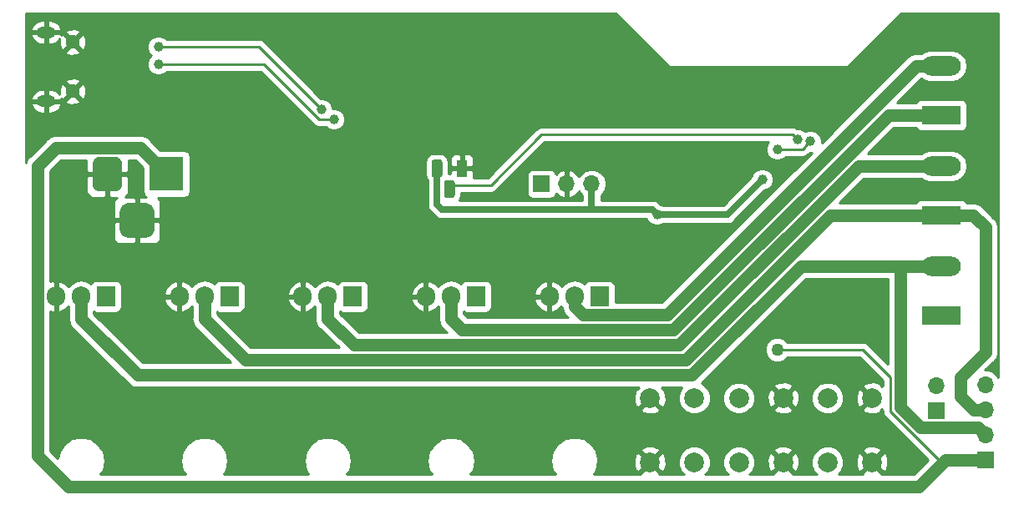
<source format=gbr>
G04 #@! TF.GenerationSoftware,KiCad,Pcbnew,5.0.2-bee76a0~70~ubuntu18.04.1*
G04 #@! TF.CreationDate,2019-01-15T01:12:48+01:00*
G04 #@! TF.ProjectId,ESPLED,4553504c-4544-42e6-9b69-6361645f7063,rev?*
G04 #@! TF.SameCoordinates,Original*
G04 #@! TF.FileFunction,Copper,L2,Bot*
G04 #@! TF.FilePolarity,Positive*
%FSLAX46Y46*%
G04 Gerber Fmt 4.6, Leading zero omitted, Abs format (unit mm)*
G04 Created by KiCad (PCBNEW 5.0.2-bee76a0~70~ubuntu18.04.1) date Di 15 Jan 2019 01:12:48 CET*
%MOMM*%
%LPD*%
G01*
G04 APERTURE LIST*
G04 #@! TA.AperFunction,ComponentPad*
%ADD10C,2.000000*%
G04 #@! TD*
G04 #@! TA.AperFunction,ComponentPad*
%ADD11O,3.960000X1.980000*%
G04 #@! TD*
G04 #@! TA.AperFunction,ComponentPad*
%ADD12R,3.960000X1.980000*%
G04 #@! TD*
G04 #@! TA.AperFunction,ComponentPad*
%ADD13O,1.905000X2.000000*%
G04 #@! TD*
G04 #@! TA.AperFunction,ComponentPad*
%ADD14R,1.905000X2.000000*%
G04 #@! TD*
G04 #@! TA.AperFunction,ComponentPad*
%ADD15R,3.500000X3.500000*%
G04 #@! TD*
G04 #@! TA.AperFunction,Conductor*
%ADD16C,0.100000*%
G04 #@! TD*
G04 #@! TA.AperFunction,ComponentPad*
%ADD17C,3.000000*%
G04 #@! TD*
G04 #@! TA.AperFunction,ComponentPad*
%ADD18C,3.500000*%
G04 #@! TD*
G04 #@! TA.AperFunction,ComponentPad*
%ADD19C,1.450000*%
G04 #@! TD*
G04 #@! TA.AperFunction,ComponentPad*
%ADD20O,1.900000X1.200000*%
G04 #@! TD*
G04 #@! TA.AperFunction,ComponentPad*
%ADD21C,1.100000*%
G04 #@! TD*
G04 #@! TA.AperFunction,ComponentPad*
%ADD22R,1.100000X1.800000*%
G04 #@! TD*
G04 #@! TA.AperFunction,ComponentPad*
%ADD23R,1.700000X1.700000*%
G04 #@! TD*
G04 #@! TA.AperFunction,ComponentPad*
%ADD24O,1.700000X1.700000*%
G04 #@! TD*
G04 #@! TA.AperFunction,ViaPad*
%ADD25C,1.270000*%
G04 #@! TD*
G04 #@! TA.AperFunction,ViaPad*
%ADD26C,1.000000*%
G04 #@! TD*
G04 #@! TA.AperFunction,Conductor*
%ADD27C,1.270000*%
G04 #@! TD*
G04 #@! TA.AperFunction,Conductor*
%ADD28C,0.254000*%
G04 #@! TD*
G04 #@! TA.AperFunction,Conductor*
%ADD29C,0.635000*%
G04 #@! TD*
G04 APERTURE END LIST*
D10*
G04 #@! TO.P,SW1,1*
G04 #@! TO.N,GND*
X156000000Y-104722000D03*
G04 #@! TO.P,SW1,2*
G04 #@! TO.N,Net-(SW1-Pad2)*
X160500000Y-104722000D03*
G04 #@! TO.P,SW1,1*
G04 #@! TO.N,GND*
X156000000Y-111222000D03*
G04 #@! TO.P,SW1,2*
G04 #@! TO.N,Net-(SW1-Pad2)*
X160500000Y-111222000D03*
G04 #@! TD*
D11*
G04 #@! TO.P,P1,2*
G04 #@! TO.N,/CH5*
X185515000Y-71032000D03*
D12*
G04 #@! TO.P,P1,1*
G04 #@! TO.N,/CH4*
X185515000Y-76032000D03*
G04 #@! TD*
D13*
G04 #@! TO.P,Q5,3*
G04 #@! TO.N,GND*
X145793785Y-94420101D03*
G04 #@! TO.P,Q5,2*
G04 #@! TO.N,/CH5*
X148333785Y-94420101D03*
D14*
G04 #@! TO.P,Q5,1*
G04 #@! TO.N,Net-(Q5-Pad1)*
X150873785Y-94420101D03*
G04 #@! TD*
D10*
G04 #@! TO.P,SW2,2*
G04 #@! TO.N,GND*
X169500000Y-111222000D03*
G04 #@! TO.P,SW2,1*
G04 #@! TO.N,Net-(SW2-Pad1)*
X165000000Y-111222000D03*
G04 #@! TO.P,SW2,2*
G04 #@! TO.N,GND*
X169500000Y-104722000D03*
G04 #@! TO.P,SW2,1*
G04 #@! TO.N,Net-(SW2-Pad1)*
X165000000Y-104722000D03*
G04 #@! TD*
D12*
G04 #@! TO.P,P2,1*
G04 #@! TO.N,/CH2*
X185515000Y-86192000D03*
D11*
G04 #@! TO.P,P2,2*
G04 #@! TO.N,/CH3*
X185515000Y-81192000D03*
G04 #@! TD*
D14*
G04 #@! TO.P,Q4,1*
G04 #@! TO.N,Net-(Q4-Pad1)*
X138370596Y-94420101D03*
D13*
G04 #@! TO.P,Q4,2*
G04 #@! TO.N,/CH4*
X135830596Y-94420101D03*
G04 #@! TO.P,Q4,3*
G04 #@! TO.N,GND*
X133290596Y-94420101D03*
G04 #@! TD*
D10*
G04 #@! TO.P,SW3,2*
G04 #@! TO.N,GND*
X178500000Y-111222000D03*
G04 #@! TO.P,SW3,1*
G04 #@! TO.N,Net-(SW3-Pad1)*
X174000000Y-111222000D03*
G04 #@! TO.P,SW3,2*
G04 #@! TO.N,GND*
X178500000Y-104722000D03*
G04 #@! TO.P,SW3,1*
G04 #@! TO.N,Net-(SW3-Pad1)*
X174000000Y-104722000D03*
G04 #@! TD*
D12*
G04 #@! TO.P,P3,1*
G04 #@! TO.N,+12V*
X185515000Y-96352000D03*
D11*
G04 #@! TO.P,P3,2*
G04 #@! TO.N,/CH1*
X185515000Y-91352000D03*
G04 #@! TD*
D15*
G04 #@! TO.P,CON1,1*
G04 #@! TO.N,+12V*
X107000000Y-82000000D03*
D16*
G04 #@! TD*
G04 #@! TO.N,GND*
G04 #@! TO.C,CON1*
G36*
X101823513Y-80253611D02*
X101896318Y-80264411D01*
X101967714Y-80282295D01*
X102037013Y-80307090D01*
X102103548Y-80338559D01*
X102166678Y-80376398D01*
X102225795Y-80420242D01*
X102280330Y-80469670D01*
X102329758Y-80524205D01*
X102373602Y-80583322D01*
X102411441Y-80646452D01*
X102442910Y-80712987D01*
X102467705Y-80782286D01*
X102485589Y-80853682D01*
X102496389Y-80926487D01*
X102500000Y-81000000D01*
X102500000Y-83000000D01*
X102496389Y-83073513D01*
X102485589Y-83146318D01*
X102467705Y-83217714D01*
X102442910Y-83287013D01*
X102411441Y-83353548D01*
X102373602Y-83416678D01*
X102329758Y-83475795D01*
X102280330Y-83530330D01*
X102225795Y-83579758D01*
X102166678Y-83623602D01*
X102103548Y-83661441D01*
X102037013Y-83692910D01*
X101967714Y-83717705D01*
X101896318Y-83735589D01*
X101823513Y-83746389D01*
X101750000Y-83750000D01*
X100250000Y-83750000D01*
X100176487Y-83746389D01*
X100103682Y-83735589D01*
X100032286Y-83717705D01*
X99962987Y-83692910D01*
X99896452Y-83661441D01*
X99833322Y-83623602D01*
X99774205Y-83579758D01*
X99719670Y-83530330D01*
X99670242Y-83475795D01*
X99626398Y-83416678D01*
X99588559Y-83353548D01*
X99557090Y-83287013D01*
X99532295Y-83217714D01*
X99514411Y-83146318D01*
X99503611Y-83073513D01*
X99500000Y-83000000D01*
X99500000Y-81000000D01*
X99503611Y-80926487D01*
X99514411Y-80853682D01*
X99532295Y-80782286D01*
X99557090Y-80712987D01*
X99588559Y-80646452D01*
X99626398Y-80583322D01*
X99670242Y-80524205D01*
X99719670Y-80469670D01*
X99774205Y-80420242D01*
X99833322Y-80376398D01*
X99896452Y-80338559D01*
X99962987Y-80307090D01*
X100032286Y-80282295D01*
X100103682Y-80264411D01*
X100176487Y-80253611D01*
X100250000Y-80250000D01*
X101750000Y-80250000D01*
X101823513Y-80253611D01*
X101823513Y-80253611D01*
G37*
D17*
G04 #@! TO.P,CON1,2*
G04 #@! TO.N,GND*
X101000000Y-82000000D03*
D16*
G04 #@! TD*
G04 #@! TO.N,GND*
G04 #@! TO.C,CON1*
G36*
X104960765Y-84954213D02*
X105045704Y-84966813D01*
X105128999Y-84987677D01*
X105209848Y-85016605D01*
X105287472Y-85053319D01*
X105361124Y-85097464D01*
X105430094Y-85148616D01*
X105493718Y-85206282D01*
X105551384Y-85269906D01*
X105602536Y-85338876D01*
X105646681Y-85412528D01*
X105683395Y-85490152D01*
X105712323Y-85571001D01*
X105733187Y-85654296D01*
X105745787Y-85739235D01*
X105750000Y-85825000D01*
X105750000Y-87575000D01*
X105745787Y-87660765D01*
X105733187Y-87745704D01*
X105712323Y-87828999D01*
X105683395Y-87909848D01*
X105646681Y-87987472D01*
X105602536Y-88061124D01*
X105551384Y-88130094D01*
X105493718Y-88193718D01*
X105430094Y-88251384D01*
X105361124Y-88302536D01*
X105287472Y-88346681D01*
X105209848Y-88383395D01*
X105128999Y-88412323D01*
X105045704Y-88433187D01*
X104960765Y-88445787D01*
X104875000Y-88450000D01*
X103125000Y-88450000D01*
X103039235Y-88445787D01*
X102954296Y-88433187D01*
X102871001Y-88412323D01*
X102790152Y-88383395D01*
X102712528Y-88346681D01*
X102638876Y-88302536D01*
X102569906Y-88251384D01*
X102506282Y-88193718D01*
X102448616Y-88130094D01*
X102397464Y-88061124D01*
X102353319Y-87987472D01*
X102316605Y-87909848D01*
X102287677Y-87828999D01*
X102266813Y-87745704D01*
X102254213Y-87660765D01*
X102250000Y-87575000D01*
X102250000Y-85825000D01*
X102254213Y-85739235D01*
X102266813Y-85654296D01*
X102287677Y-85571001D01*
X102316605Y-85490152D01*
X102353319Y-85412528D01*
X102397464Y-85338876D01*
X102448616Y-85269906D01*
X102506282Y-85206282D01*
X102569906Y-85148616D01*
X102638876Y-85097464D01*
X102712528Y-85053319D01*
X102790152Y-85016605D01*
X102871001Y-84987677D01*
X102954296Y-84966813D01*
X103039235Y-84954213D01*
X103125000Y-84950000D01*
X104875000Y-84950000D01*
X104960765Y-84954213D01*
X104960765Y-84954213D01*
G37*
D18*
G04 #@! TO.P,CON1,3*
G04 #@! TO.N,GND*
X104000000Y-86700000D03*
G04 #@! TD*
D19*
G04 #@! TO.P,J1,6*
G04 #@! TO.N,GND*
X97474500Y-68620000D03*
X97474500Y-73620000D03*
D20*
X94774500Y-67620000D03*
X94774500Y-74620000D03*
G04 #@! TD*
D14*
G04 #@! TO.P,Q1,1*
G04 #@! TO.N,Net-(Q1-Pad1)*
X100867409Y-94420101D03*
D13*
G04 #@! TO.P,Q1,2*
G04 #@! TO.N,/CH1*
X98327409Y-94420101D03*
G04 #@! TO.P,Q1,3*
G04 #@! TO.N,GND*
X95787409Y-94420101D03*
G04 #@! TD*
G04 #@! TO.P,Q2,3*
G04 #@! TO.N,GND*
X108284222Y-94420101D03*
G04 #@! TO.P,Q2,2*
G04 #@! TO.N,/CH2*
X110824222Y-94420101D03*
D14*
G04 #@! TO.P,Q2,1*
G04 #@! TO.N,Net-(Q2-Pad1)*
X113364222Y-94420101D03*
G04 #@! TD*
G04 #@! TO.P,Q3,1*
G04 #@! TO.N,Net-(Q3-Pad1)*
X125861035Y-94420101D03*
D13*
G04 #@! TO.P,Q3,2*
G04 #@! TO.N,/CH3*
X123321035Y-94420101D03*
G04 #@! TO.P,Q3,3*
G04 #@! TO.N,GND*
X120781035Y-94420101D03*
G04 #@! TD*
D16*
G04 #@! TO.N,Net-(R8-Pad2)*
G04 #@! TO.C,U4*
G36*
X135965455Y-82609324D02*
X135992150Y-82613284D01*
X136018328Y-82619841D01*
X136043738Y-82628933D01*
X136068134Y-82640472D01*
X136091282Y-82654346D01*
X136112958Y-82670422D01*
X136132954Y-82688546D01*
X136151078Y-82708542D01*
X136167154Y-82730218D01*
X136181028Y-82753366D01*
X136192567Y-82777762D01*
X136201659Y-82803172D01*
X136208216Y-82829350D01*
X136212176Y-82856045D01*
X136213500Y-82883000D01*
X136213500Y-84133000D01*
X136212176Y-84159955D01*
X136208216Y-84186650D01*
X136201659Y-84212828D01*
X136192567Y-84238238D01*
X136181028Y-84262634D01*
X136167154Y-84285782D01*
X136151078Y-84307458D01*
X136132954Y-84327454D01*
X136112958Y-84345578D01*
X136091282Y-84361654D01*
X136068134Y-84375528D01*
X136043738Y-84387067D01*
X136018328Y-84396159D01*
X135992150Y-84402716D01*
X135965455Y-84406676D01*
X135938500Y-84408000D01*
X135388500Y-84408000D01*
X135361545Y-84406676D01*
X135334850Y-84402716D01*
X135308672Y-84396159D01*
X135283262Y-84387067D01*
X135258866Y-84375528D01*
X135235718Y-84361654D01*
X135214042Y-84345578D01*
X135194046Y-84327454D01*
X135175922Y-84307458D01*
X135159846Y-84285782D01*
X135145972Y-84262634D01*
X135134433Y-84238238D01*
X135125341Y-84212828D01*
X135118784Y-84186650D01*
X135114824Y-84159955D01*
X135113500Y-84133000D01*
X135113500Y-82883000D01*
X135114824Y-82856045D01*
X135118784Y-82829350D01*
X135125341Y-82803172D01*
X135134433Y-82777762D01*
X135145972Y-82753366D01*
X135159846Y-82730218D01*
X135175922Y-82708542D01*
X135194046Y-82688546D01*
X135214042Y-82670422D01*
X135235718Y-82654346D01*
X135258866Y-82640472D01*
X135283262Y-82628933D01*
X135308672Y-82619841D01*
X135334850Y-82613284D01*
X135361545Y-82609324D01*
X135388500Y-82608000D01*
X135938500Y-82608000D01*
X135965455Y-82609324D01*
X135965455Y-82609324D01*
G37*
D21*
G04 #@! TD*
G04 #@! TO.P,U4,2*
G04 #@! TO.N,Net-(R8-Pad2)*
X135663500Y-83508000D03*
D16*
G04 #@! TO.N,+3V3*
G04 #@! TO.C,U4*
G36*
X134695455Y-80539324D02*
X134722150Y-80543284D01*
X134748328Y-80549841D01*
X134773738Y-80558933D01*
X134798134Y-80570472D01*
X134821282Y-80584346D01*
X134842958Y-80600422D01*
X134862954Y-80618546D01*
X134881078Y-80638542D01*
X134897154Y-80660218D01*
X134911028Y-80683366D01*
X134922567Y-80707762D01*
X134931659Y-80733172D01*
X134938216Y-80759350D01*
X134942176Y-80786045D01*
X134943500Y-80813000D01*
X134943500Y-82063000D01*
X134942176Y-82089955D01*
X134938216Y-82116650D01*
X134931659Y-82142828D01*
X134922567Y-82168238D01*
X134911028Y-82192634D01*
X134897154Y-82215782D01*
X134881078Y-82237458D01*
X134862954Y-82257454D01*
X134842958Y-82275578D01*
X134821282Y-82291654D01*
X134798134Y-82305528D01*
X134773738Y-82317067D01*
X134748328Y-82326159D01*
X134722150Y-82332716D01*
X134695455Y-82336676D01*
X134668500Y-82338000D01*
X134118500Y-82338000D01*
X134091545Y-82336676D01*
X134064850Y-82332716D01*
X134038672Y-82326159D01*
X134013262Y-82317067D01*
X133988866Y-82305528D01*
X133965718Y-82291654D01*
X133944042Y-82275578D01*
X133924046Y-82257454D01*
X133905922Y-82237458D01*
X133889846Y-82215782D01*
X133875972Y-82192634D01*
X133864433Y-82168238D01*
X133855341Y-82142828D01*
X133848784Y-82116650D01*
X133844824Y-82089955D01*
X133843500Y-82063000D01*
X133843500Y-80813000D01*
X133844824Y-80786045D01*
X133848784Y-80759350D01*
X133855341Y-80733172D01*
X133864433Y-80707762D01*
X133875972Y-80683366D01*
X133889846Y-80660218D01*
X133905922Y-80638542D01*
X133924046Y-80618546D01*
X133944042Y-80600422D01*
X133965718Y-80584346D01*
X133988866Y-80570472D01*
X134013262Y-80558933D01*
X134038672Y-80549841D01*
X134064850Y-80543284D01*
X134091545Y-80539324D01*
X134118500Y-80538000D01*
X134668500Y-80538000D01*
X134695455Y-80539324D01*
X134695455Y-80539324D01*
G37*
D21*
G04 #@! TD*
G04 #@! TO.P,U4,3*
G04 #@! TO.N,+3V3*
X134393500Y-81438000D03*
D22*
G04 #@! TO.P,U4,1*
G04 #@! TO.N,GND*
X136933500Y-81438000D03*
G04 #@! TD*
D23*
G04 #@! TO.P,J2,1*
G04 #@! TO.N,+12V*
X190000000Y-111000000D03*
D24*
G04 #@! TO.P,J2,2*
G04 #@! TO.N,/CH1*
X190000000Y-108460000D03*
G04 #@! TO.P,J2,3*
G04 #@! TO.N,/CH2*
X190000000Y-105920000D03*
G04 #@! TO.P,J2,4*
G04 #@! TO.N,/CH3*
X190000000Y-103380000D03*
G04 #@! TD*
D23*
G04 #@! TO.P,J3,1*
G04 #@! TO.N,/CH4*
X185000000Y-106000000D03*
D24*
G04 #@! TO.P,J3,2*
G04 #@! TO.N,/CH5*
X185000000Y-103460000D03*
G04 #@! TD*
D23*
G04 #@! TO.P,J4,1*
G04 #@! TO.N,Net-(J4-Pad1)*
X145000000Y-83000000D03*
D24*
G04 #@! TO.P,J4,2*
G04 #@! TO.N,GND*
X147540000Y-83000000D03*
G04 #@! TO.P,J4,3*
G04 #@! TO.N,+3V3*
X150080000Y-83000000D03*
G04 #@! TD*
D25*
G04 #@! TO.N,+12V*
X168910000Y-99822000D03*
D26*
G04 #@! TO.N,+3V3*
X156718000Y-86106000D03*
X167386000Y-82550000D03*
G04 #@! TO.N,Net-(J1-Pad2)*
X122682000Y-75438000D03*
X106172000Y-69088000D03*
G04 #@! TO.N,Net-(J1-Pad3)*
X123952000Y-76454000D03*
X106172000Y-70866000D03*
G04 #@! TO.N,Net-(R8-Pad2)*
X170959400Y-78486000D03*
G04 #@! TO.N,SIG1*
X168910000Y-79502000D03*
X172255120Y-78679480D03*
G04 #@! TD*
D27*
G04 #@! TO.N,+12V*
X185980102Y-111000000D02*
X190000000Y-111000000D01*
X183261000Y-113719102D02*
X185980102Y-111000000D01*
X104360990Y-79360990D02*
X95772010Y-79360990D01*
X95772010Y-79360990D02*
X93945899Y-81187101D01*
X93945899Y-81187101D02*
X93945899Y-110604313D01*
X107000000Y-82000000D02*
X104360990Y-79360990D01*
X93945899Y-110604313D02*
X97060688Y-113719102D01*
X97060688Y-113719102D02*
X183261000Y-113719102D01*
D28*
X185262944Y-111000000D02*
X180340000Y-106077056D01*
X185980102Y-111000000D02*
X185262944Y-111000000D01*
X180340000Y-106077056D02*
X180340000Y-102616000D01*
X180340000Y-102616000D02*
X177546000Y-99822000D01*
X177546000Y-99822000D02*
X168910000Y-99822000D01*
D29*
G04 #@! TO.N,+3V3*
X134393500Y-81838000D02*
X134393500Y-85117500D01*
X134393500Y-85117500D02*
X134874000Y-85598000D01*
X134874000Y-85598000D02*
X150114000Y-85598000D01*
X156718000Y-86106000D02*
X156210000Y-85598000D01*
X150080000Y-85564000D02*
X150114000Y-85598000D01*
X150080000Y-83000000D02*
X150080000Y-85564000D01*
X156210000Y-85598000D02*
X150114000Y-85598000D01*
X156718000Y-86106000D02*
X163830000Y-86106000D01*
X163830000Y-86106000D02*
X167386000Y-82550000D01*
D28*
G04 #@! TO.N,Net-(J1-Pad2)*
X116332000Y-69088000D02*
X122682000Y-75438000D01*
X106172000Y-69088000D02*
X116332000Y-69088000D01*
G04 #@! TO.N,Net-(J1-Pad3)*
X122428000Y-76454000D02*
X123952000Y-76454000D01*
X116840000Y-70866000D02*
X122428000Y-76454000D01*
X106172000Y-70866000D02*
X116840000Y-70866000D01*
G04 #@! TO.N,Net-(R8-Pad2)*
X170459401Y-77986001D02*
X170959400Y-78486000D01*
X170447999Y-77986001D02*
X170459401Y-77986001D01*
X170434000Y-78000000D02*
X170447999Y-77986001D01*
X145000000Y-78000000D02*
X170434000Y-78000000D01*
X139892000Y-83108000D02*
X145000000Y-78000000D01*
X135663500Y-83108000D02*
X139892000Y-83108000D01*
D27*
G04 #@! TO.N,/CH1*
X104042450Y-102405142D02*
X160248957Y-102405142D01*
X160248957Y-102405142D02*
X171302098Y-91352000D01*
X98327409Y-94420101D02*
X98327409Y-96690101D01*
X98327409Y-96690101D02*
X104042450Y-102405142D01*
X183438799Y-107739001D02*
X181356000Y-105656202D01*
X189279001Y-107739001D02*
X183438799Y-107739001D01*
X181356000Y-105656202D02*
X181356000Y-91352000D01*
X190000000Y-108460000D02*
X189279001Y-107739001D01*
X171302098Y-91352000D02*
X181356000Y-91352000D01*
X181356000Y-91352000D02*
X185515000Y-91352000D01*
G04 #@! TO.N,/CH2*
X188797919Y-105920000D02*
X190000000Y-105920000D01*
X185515000Y-86192000D02*
X188765000Y-86192000D01*
X188765000Y-86192000D02*
X189992000Y-87419000D01*
X187452000Y-102616000D02*
X187452000Y-104574081D01*
X189992000Y-87419000D02*
X189992000Y-100076000D01*
X189992000Y-100076000D02*
X187452000Y-102616000D01*
X187452000Y-104574081D02*
X188797919Y-105920000D01*
X110824222Y-96690101D02*
X110824222Y-94420101D01*
X115015253Y-100881132D02*
X110824222Y-96690101D01*
X159617692Y-100881132D02*
X115015253Y-100881132D01*
X174306823Y-86192000D02*
X159617692Y-100881132D01*
X185515000Y-86192000D02*
X174306823Y-86192000D01*
G04 #@! TO.N,/CH3*
X123321035Y-94420101D02*
X123321035Y-95432803D01*
X123321035Y-96690101D02*
X123321035Y-94420101D01*
X125988056Y-99357122D02*
X123321035Y-96690101D01*
X158986427Y-99357122D02*
X125988056Y-99357122D01*
X177151548Y-81192000D02*
X158986427Y-99357122D01*
X185515000Y-81192000D02*
X177151548Y-81192000D01*
G04 #@! TO.N,/CH4*
X136973607Y-97833112D02*
X158355162Y-97833112D01*
X135830596Y-94420101D02*
X135830596Y-96690101D01*
X135830596Y-96690101D02*
X136973607Y-97833112D01*
X180156274Y-76032000D02*
X185515000Y-76032000D01*
X158355162Y-97833112D02*
X180156274Y-76032000D01*
G04 #@! TO.N,/CH5*
X182968000Y-71032000D02*
X185515000Y-71032000D01*
X157723898Y-96276102D02*
X182968000Y-71032000D01*
X157723898Y-96309102D02*
X157723898Y-96276102D01*
X149210084Y-96309102D02*
X157723898Y-96309102D01*
X148333785Y-94420101D02*
X148333785Y-95432803D01*
X148333785Y-95432803D02*
X149210084Y-96309102D01*
D28*
G04 #@! TO.N,SIG1*
X172212000Y-78722600D02*
X172255120Y-78679480D01*
X172255120Y-78679480D02*
X171738801Y-79195799D01*
X171738801Y-79195799D02*
X171738801Y-79213199D01*
X171450000Y-79502000D02*
X168910000Y-79502000D01*
X171738801Y-79213199D02*
X171450000Y-79502000D01*
G04 #@! TD*
G04 #@! TO.N,GND*
G36*
X157910197Y-71089803D02*
X157951399Y-71117333D01*
X158000000Y-71127000D01*
X176000000Y-71127000D01*
X176048601Y-71117333D01*
X176089803Y-71089803D01*
X181469606Y-65710000D01*
X191290000Y-65710000D01*
X191290001Y-102637694D01*
X191070625Y-102309375D01*
X190579418Y-101981161D01*
X190146256Y-101895000D01*
X189969051Y-101895000D01*
X190801584Y-101062468D01*
X190907618Y-100991618D01*
X190978467Y-100885585D01*
X190978470Y-100885582D01*
X191188312Y-100571530D01*
X191188313Y-100571529D01*
X191262000Y-100201080D01*
X191262000Y-100201076D01*
X191286879Y-100076001D01*
X191262000Y-99950926D01*
X191262000Y-87544074D01*
X191286879Y-87418999D01*
X191262000Y-87293924D01*
X191262000Y-87293920D01*
X191188313Y-86923471D01*
X190907618Y-86503382D01*
X190801582Y-86432531D01*
X189751471Y-85382421D01*
X189680618Y-85276382D01*
X189260529Y-84995687D01*
X188890080Y-84922000D01*
X188890075Y-84922000D01*
X188765000Y-84897121D01*
X188639925Y-84922000D01*
X188071618Y-84922000D01*
X187952809Y-84744191D01*
X187742765Y-84603843D01*
X187495000Y-84554560D01*
X183535000Y-84554560D01*
X183287235Y-84603843D01*
X183077191Y-84744191D01*
X182958382Y-84922000D01*
X175217599Y-84922000D01*
X177677599Y-82462000D01*
X183500768Y-82462000D01*
X183890957Y-82722716D01*
X184364955Y-82817000D01*
X186665045Y-82817000D01*
X187139043Y-82722716D01*
X187676559Y-82363559D01*
X188035716Y-81826043D01*
X188161835Y-81192000D01*
X188035716Y-80557957D01*
X187676559Y-80020441D01*
X187139043Y-79661284D01*
X186665045Y-79567000D01*
X184364955Y-79567000D01*
X183890957Y-79661284D01*
X183500768Y-79922000D01*
X178062325Y-79922000D01*
X180682325Y-77302000D01*
X182958382Y-77302000D01*
X183077191Y-77479809D01*
X183287235Y-77620157D01*
X183535000Y-77669440D01*
X187495000Y-77669440D01*
X187742765Y-77620157D01*
X187952809Y-77479809D01*
X188093157Y-77269765D01*
X188142440Y-77022000D01*
X188142440Y-75042000D01*
X188093157Y-74794235D01*
X187952809Y-74584191D01*
X187742765Y-74443843D01*
X187495000Y-74394560D01*
X183535000Y-74394560D01*
X183287235Y-74443843D01*
X183077191Y-74584191D01*
X182958382Y-74762000D01*
X181034051Y-74762000D01*
X183494051Y-72302000D01*
X183500768Y-72302000D01*
X183890957Y-72562716D01*
X184364955Y-72657000D01*
X186665045Y-72657000D01*
X187139043Y-72562716D01*
X187676559Y-72203559D01*
X188035716Y-71666043D01*
X188161835Y-71032000D01*
X188035716Y-70397957D01*
X187676559Y-69860441D01*
X187139043Y-69501284D01*
X186665045Y-69407000D01*
X184364955Y-69407000D01*
X183890957Y-69501284D01*
X183500768Y-69762000D01*
X183093074Y-69762000D01*
X182967999Y-69737121D01*
X182842924Y-69762000D01*
X182842920Y-69762000D01*
X182472471Y-69835687D01*
X182281727Y-69963138D01*
X182238066Y-69992312D01*
X182052382Y-70116382D01*
X181981531Y-70222418D01*
X173390120Y-78813829D01*
X173390120Y-78453714D01*
X173217327Y-78036554D01*
X172898046Y-77717273D01*
X172480886Y-77544480D01*
X172029354Y-77544480D01*
X171742027Y-77663494D01*
X171602326Y-77523793D01*
X171185166Y-77351000D01*
X170880618Y-77351000D01*
X170756718Y-77268213D01*
X170534449Y-77224001D01*
X170534444Y-77224001D01*
X170459401Y-77209074D01*
X170453702Y-77210208D01*
X170447999Y-77209073D01*
X170372952Y-77224001D01*
X170372951Y-77224001D01*
X170302573Y-77238000D01*
X145075047Y-77238000D01*
X145000000Y-77223072D01*
X144924953Y-77238000D01*
X144924952Y-77238000D01*
X144702683Y-77282212D01*
X144450629Y-77450629D01*
X144408118Y-77514251D01*
X139576370Y-82346000D01*
X138118500Y-82346000D01*
X138118500Y-81723750D01*
X137959750Y-81565000D01*
X137060500Y-81565000D01*
X137060500Y-81585000D01*
X136806500Y-81585000D01*
X136806500Y-81565000D01*
X135907250Y-81565000D01*
X135748500Y-81723750D01*
X135748500Y-81960560D01*
X135590940Y-81960560D01*
X135590940Y-80813000D01*
X135520723Y-80459997D01*
X135488446Y-80411690D01*
X135748500Y-80411690D01*
X135748500Y-81152250D01*
X135907250Y-81311000D01*
X136806500Y-81311000D01*
X136806500Y-80061750D01*
X137060500Y-80061750D01*
X137060500Y-81311000D01*
X137959750Y-81311000D01*
X138118500Y-81152250D01*
X138118500Y-80411690D01*
X138021827Y-80178301D01*
X137843198Y-79999673D01*
X137609809Y-79903000D01*
X137219250Y-79903000D01*
X137060500Y-80061750D01*
X136806500Y-80061750D01*
X136647750Y-79903000D01*
X136257191Y-79903000D01*
X136023802Y-79999673D01*
X135845173Y-80178301D01*
X135748500Y-80411690D01*
X135488446Y-80411690D01*
X135320764Y-80160736D01*
X135021503Y-79960777D01*
X134668500Y-79890560D01*
X134118500Y-79890560D01*
X133765497Y-79960777D01*
X133466236Y-80160736D01*
X133266277Y-80459997D01*
X133196060Y-80813000D01*
X133196060Y-82063000D01*
X133266277Y-82416003D01*
X133441000Y-82677496D01*
X133441001Y-85023685D01*
X133422340Y-85117500D01*
X133496265Y-85489146D01*
X133496266Y-85489147D01*
X133706787Y-85804214D01*
X133786317Y-85857354D01*
X134134145Y-86205183D01*
X134187286Y-86284714D01*
X134476029Y-86477646D01*
X134502353Y-86495235D01*
X134874000Y-86569160D01*
X134967810Y-86550500D01*
X150020190Y-86550500D01*
X150113999Y-86569160D01*
X150207808Y-86550500D01*
X155673602Y-86550500D01*
X155755793Y-86748926D01*
X156075074Y-87068207D01*
X156492234Y-87241000D01*
X156943766Y-87241000D01*
X157360926Y-87068207D01*
X157370633Y-87058500D01*
X163736190Y-87058500D01*
X163830000Y-87077160D01*
X163923810Y-87058500D01*
X164201647Y-87003235D01*
X164516714Y-86792714D01*
X164569857Y-86713180D01*
X167598038Y-83685000D01*
X167611766Y-83685000D01*
X168028926Y-83512207D01*
X168348207Y-83192926D01*
X168521000Y-82775766D01*
X168521000Y-82324234D01*
X168348207Y-81907074D01*
X168028926Y-81587793D01*
X167611766Y-81415000D01*
X167160234Y-81415000D01*
X166743074Y-81587793D01*
X166423793Y-81907074D01*
X166251000Y-82324234D01*
X166251000Y-82337962D01*
X163435463Y-85153500D01*
X157370633Y-85153500D01*
X157360926Y-85143793D01*
X156943766Y-84971000D01*
X156936614Y-84971000D01*
X156896714Y-84911286D01*
X156581647Y-84700765D01*
X156303810Y-84645500D01*
X156210000Y-84626840D01*
X156116190Y-84645500D01*
X151032500Y-84645500D01*
X151032500Y-84149554D01*
X151150625Y-84070625D01*
X151478839Y-83579418D01*
X151594092Y-83000000D01*
X151478839Y-82420582D01*
X151150625Y-81929375D01*
X150659418Y-81601161D01*
X150226256Y-81515000D01*
X149933744Y-81515000D01*
X149500582Y-81601161D01*
X149009375Y-81929375D01*
X148796157Y-82248478D01*
X148735183Y-82118642D01*
X148306924Y-81728355D01*
X147896890Y-81558524D01*
X147667000Y-81679845D01*
X147667000Y-82873000D01*
X147687000Y-82873000D01*
X147687000Y-83127000D01*
X147667000Y-83127000D01*
X147667000Y-84320155D01*
X147896890Y-84441476D01*
X148306924Y-84271645D01*
X148735183Y-83881358D01*
X148796157Y-83751522D01*
X149009375Y-84070625D01*
X149127500Y-84149554D01*
X149127501Y-84645500D01*
X136684151Y-84645500D01*
X136790723Y-84486003D01*
X136860940Y-84133000D01*
X136860940Y-83870000D01*
X139816957Y-83870000D01*
X139892000Y-83884927D01*
X139967043Y-83870000D01*
X139967048Y-83870000D01*
X140189317Y-83825788D01*
X140441371Y-83657371D01*
X140483883Y-83593747D01*
X141927630Y-82150000D01*
X143502560Y-82150000D01*
X143502560Y-83850000D01*
X143551843Y-84097765D01*
X143692191Y-84307809D01*
X143902235Y-84448157D01*
X144150000Y-84497440D01*
X145850000Y-84497440D01*
X146097765Y-84448157D01*
X146307809Y-84307809D01*
X146448157Y-84097765D01*
X146468739Y-83994292D01*
X146773076Y-84271645D01*
X147183110Y-84441476D01*
X147413000Y-84320155D01*
X147413000Y-83127000D01*
X147393000Y-83127000D01*
X147393000Y-82873000D01*
X147413000Y-82873000D01*
X147413000Y-81679845D01*
X147183110Y-81558524D01*
X146773076Y-81728355D01*
X146468739Y-82005708D01*
X146448157Y-81902235D01*
X146307809Y-81692191D01*
X146097765Y-81551843D01*
X145850000Y-81502560D01*
X144150000Y-81502560D01*
X143902235Y-81551843D01*
X143692191Y-81692191D01*
X143551843Y-81902235D01*
X143502560Y-82150000D01*
X141927630Y-82150000D01*
X145315631Y-78762000D01*
X168044867Y-78762000D01*
X167947793Y-78859074D01*
X167775000Y-79276234D01*
X167775000Y-79727766D01*
X167947793Y-80144926D01*
X168267074Y-80464207D01*
X168684234Y-80637000D01*
X169135766Y-80637000D01*
X169552926Y-80464207D01*
X169753133Y-80264000D01*
X171374957Y-80264000D01*
X171450000Y-80278927D01*
X171525043Y-80264000D01*
X171525048Y-80264000D01*
X171747317Y-80219788D01*
X171999371Y-80051371D01*
X172041884Y-79987746D01*
X172215150Y-79814480D01*
X172389469Y-79814480D01*
X157164848Y-95039102D01*
X152473725Y-95039102D01*
X152473725Y-93420101D01*
X152424442Y-93172336D01*
X152284094Y-92962292D01*
X152074050Y-92821944D01*
X151826285Y-92772661D01*
X149921285Y-92772661D01*
X149673520Y-92821944D01*
X149463476Y-92962292D01*
X149345276Y-93139189D01*
X148953196Y-92877210D01*
X148333785Y-92754001D01*
X147714375Y-92877210D01*
X147189262Y-93228078D01*
X147054626Y-93429575D01*
X146660709Y-93044128D01*
X146166765Y-92829538D01*
X145920785Y-92949507D01*
X145920785Y-94293101D01*
X145940785Y-94293101D01*
X145940785Y-94547101D01*
X145920785Y-94547101D01*
X145920785Y-95890695D01*
X146166765Y-96010664D01*
X146660709Y-95796074D01*
X147040584Y-95424367D01*
X147038906Y-95432803D01*
X147063785Y-95557878D01*
X147063785Y-95557883D01*
X147137472Y-95928332D01*
X147418168Y-96348421D01*
X147524204Y-96419272D01*
X147668044Y-96563112D01*
X137499658Y-96563112D01*
X137100596Y-96164051D01*
X137100596Y-95971662D01*
X137170331Y-96018258D01*
X137418096Y-96067541D01*
X139323096Y-96067541D01*
X139570861Y-96018258D01*
X139780905Y-95877910D01*
X139921253Y-95667866D01*
X139970536Y-95420101D01*
X139970536Y-94793965D01*
X144241405Y-94793965D01*
X144484467Y-95363192D01*
X144926861Y-95796074D01*
X145420805Y-96010664D01*
X145666785Y-95890695D01*
X145666785Y-94547101D01*
X144368213Y-94547101D01*
X144241405Y-94793965D01*
X139970536Y-94793965D01*
X139970536Y-94046237D01*
X144241405Y-94046237D01*
X144368213Y-94293101D01*
X145666785Y-94293101D01*
X145666785Y-92949507D01*
X145420805Y-92829538D01*
X144926861Y-93044128D01*
X144484467Y-93477010D01*
X144241405Y-94046237D01*
X139970536Y-94046237D01*
X139970536Y-93420101D01*
X139921253Y-93172336D01*
X139780905Y-92962292D01*
X139570861Y-92821944D01*
X139323096Y-92772661D01*
X137418096Y-92772661D01*
X137170331Y-92821944D01*
X136960287Y-92962292D01*
X136842087Y-93139189D01*
X136450007Y-92877210D01*
X135830596Y-92754001D01*
X135211186Y-92877210D01*
X134686073Y-93228078D01*
X134551437Y-93429575D01*
X134157520Y-93044128D01*
X133663576Y-92829538D01*
X133417596Y-92949507D01*
X133417596Y-94293101D01*
X133437596Y-94293101D01*
X133437596Y-94547101D01*
X133417596Y-94547101D01*
X133417596Y-95890695D01*
X133663576Y-96010664D01*
X134157520Y-95796074D01*
X134551437Y-95410627D01*
X134560596Y-95424334D01*
X134560597Y-96565021D01*
X134535717Y-96690101D01*
X134634284Y-97185630D01*
X134844126Y-97499681D01*
X134844128Y-97499683D01*
X134914979Y-97605719D01*
X135021015Y-97676570D01*
X135431567Y-98087122D01*
X126514107Y-98087122D01*
X124591035Y-96164051D01*
X124591035Y-95971662D01*
X124660770Y-96018258D01*
X124908535Y-96067541D01*
X126813535Y-96067541D01*
X127061300Y-96018258D01*
X127271344Y-95877910D01*
X127411692Y-95667866D01*
X127460975Y-95420101D01*
X127460975Y-94793965D01*
X131738216Y-94793965D01*
X131981278Y-95363192D01*
X132423672Y-95796074D01*
X132917616Y-96010664D01*
X133163596Y-95890695D01*
X133163596Y-94547101D01*
X131865024Y-94547101D01*
X131738216Y-94793965D01*
X127460975Y-94793965D01*
X127460975Y-94046237D01*
X131738216Y-94046237D01*
X131865024Y-94293101D01*
X133163596Y-94293101D01*
X133163596Y-92949507D01*
X132917616Y-92829538D01*
X132423672Y-93044128D01*
X131981278Y-93477010D01*
X131738216Y-94046237D01*
X127460975Y-94046237D01*
X127460975Y-93420101D01*
X127411692Y-93172336D01*
X127271344Y-92962292D01*
X127061300Y-92821944D01*
X126813535Y-92772661D01*
X124908535Y-92772661D01*
X124660770Y-92821944D01*
X124450726Y-92962292D01*
X124332526Y-93139189D01*
X123940446Y-92877210D01*
X123321035Y-92754001D01*
X122701625Y-92877210D01*
X122176512Y-93228078D01*
X122041876Y-93429575D01*
X121647959Y-93044128D01*
X121154015Y-92829538D01*
X120908035Y-92949507D01*
X120908035Y-94293101D01*
X120928035Y-94293101D01*
X120928035Y-94547101D01*
X120908035Y-94547101D01*
X120908035Y-95890695D01*
X121154015Y-96010664D01*
X121647959Y-95796074D01*
X122041876Y-95410627D01*
X122051035Y-95424334D01*
X122051035Y-96565026D01*
X122026156Y-96690101D01*
X122051035Y-96815176D01*
X122051035Y-96815180D01*
X122124722Y-97185629D01*
X122405417Y-97605719D01*
X122511456Y-97676572D01*
X124446015Y-99611132D01*
X115541304Y-99611132D01*
X112094222Y-96164051D01*
X112094222Y-95971662D01*
X112163957Y-96018258D01*
X112411722Y-96067541D01*
X114316722Y-96067541D01*
X114564487Y-96018258D01*
X114774531Y-95877910D01*
X114914879Y-95667866D01*
X114964162Y-95420101D01*
X114964162Y-94793965D01*
X119228655Y-94793965D01*
X119471717Y-95363192D01*
X119914111Y-95796074D01*
X120408055Y-96010664D01*
X120654035Y-95890695D01*
X120654035Y-94547101D01*
X119355463Y-94547101D01*
X119228655Y-94793965D01*
X114964162Y-94793965D01*
X114964162Y-94046237D01*
X119228655Y-94046237D01*
X119355463Y-94293101D01*
X120654035Y-94293101D01*
X120654035Y-92949507D01*
X120408055Y-92829538D01*
X119914111Y-93044128D01*
X119471717Y-93477010D01*
X119228655Y-94046237D01*
X114964162Y-94046237D01*
X114964162Y-93420101D01*
X114914879Y-93172336D01*
X114774531Y-92962292D01*
X114564487Y-92821944D01*
X114316722Y-92772661D01*
X112411722Y-92772661D01*
X112163957Y-92821944D01*
X111953913Y-92962292D01*
X111835713Y-93139189D01*
X111443633Y-92877210D01*
X110824222Y-92754001D01*
X110204812Y-92877210D01*
X109679699Y-93228078D01*
X109545063Y-93429575D01*
X109151146Y-93044128D01*
X108657202Y-92829538D01*
X108411222Y-92949507D01*
X108411222Y-94293101D01*
X108431222Y-94293101D01*
X108431222Y-94547101D01*
X108411222Y-94547101D01*
X108411222Y-95890695D01*
X108657202Y-96010664D01*
X109151146Y-95796074D01*
X109545063Y-95410627D01*
X109554223Y-95424335D01*
X109554222Y-96565026D01*
X109529343Y-96690101D01*
X109554222Y-96815176D01*
X109554222Y-96815180D01*
X109627909Y-97185629D01*
X109908604Y-97605719D01*
X110014643Y-97676572D01*
X113473212Y-101135142D01*
X104568502Y-101135142D01*
X99597409Y-96164051D01*
X99597409Y-95971662D01*
X99667144Y-96018258D01*
X99914909Y-96067541D01*
X101819909Y-96067541D01*
X102067674Y-96018258D01*
X102277718Y-95877910D01*
X102418066Y-95667866D01*
X102467349Y-95420101D01*
X102467349Y-94793965D01*
X106731842Y-94793965D01*
X106974904Y-95363192D01*
X107417298Y-95796074D01*
X107911242Y-96010664D01*
X108157222Y-95890695D01*
X108157222Y-94547101D01*
X106858650Y-94547101D01*
X106731842Y-94793965D01*
X102467349Y-94793965D01*
X102467349Y-94046237D01*
X106731842Y-94046237D01*
X106858650Y-94293101D01*
X108157222Y-94293101D01*
X108157222Y-92949507D01*
X107911242Y-92829538D01*
X107417298Y-93044128D01*
X106974904Y-93477010D01*
X106731842Y-94046237D01*
X102467349Y-94046237D01*
X102467349Y-93420101D01*
X102418066Y-93172336D01*
X102277718Y-92962292D01*
X102067674Y-92821944D01*
X101819909Y-92772661D01*
X99914909Y-92772661D01*
X99667144Y-92821944D01*
X99457100Y-92962292D01*
X99338900Y-93139189D01*
X98946820Y-92877210D01*
X98327409Y-92754001D01*
X97707999Y-92877210D01*
X97182886Y-93228078D01*
X97048250Y-93429575D01*
X96654333Y-93044128D01*
X96160389Y-92829538D01*
X95914409Y-92949507D01*
X95914409Y-94293101D01*
X95934409Y-94293101D01*
X95934409Y-94547101D01*
X95914409Y-94547101D01*
X95914409Y-95890695D01*
X96160389Y-96010664D01*
X96654333Y-95796074D01*
X97048250Y-95410627D01*
X97057409Y-95424334D01*
X97057410Y-96565021D01*
X97032530Y-96690101D01*
X97131097Y-97185630D01*
X97340939Y-97499681D01*
X97340941Y-97499683D01*
X97411792Y-97605719D01*
X97517828Y-97676570D01*
X103055983Y-103214726D01*
X103126832Y-103320760D01*
X103232865Y-103391609D01*
X103232868Y-103391612D01*
X103442403Y-103531618D01*
X103546921Y-103601455D01*
X103917370Y-103675142D01*
X103917374Y-103675142D01*
X104042449Y-103700021D01*
X104167524Y-103675142D01*
X154773534Y-103675142D01*
X154847466Y-103749074D01*
X154580613Y-103847736D01*
X154354092Y-104457461D01*
X154378144Y-105107460D01*
X154580613Y-105596264D01*
X154847468Y-105694927D01*
X155820395Y-104722000D01*
X155806253Y-104707858D01*
X155985858Y-104528253D01*
X156000000Y-104542395D01*
X156014143Y-104528253D01*
X156193748Y-104707858D01*
X156179605Y-104722000D01*
X157152532Y-105694927D01*
X157419387Y-105596264D01*
X157645908Y-104986539D01*
X157621856Y-104336540D01*
X157419387Y-103847736D01*
X157152534Y-103749074D01*
X157226466Y-103675142D01*
X159234619Y-103675142D01*
X159113914Y-103795847D01*
X158865000Y-104396778D01*
X158865000Y-105047222D01*
X159113914Y-105648153D01*
X159573847Y-106108086D01*
X160174778Y-106357000D01*
X160825222Y-106357000D01*
X161426153Y-106108086D01*
X161886086Y-105648153D01*
X162135000Y-105047222D01*
X162135000Y-104396778D01*
X163365000Y-104396778D01*
X163365000Y-105047222D01*
X163613914Y-105648153D01*
X164073847Y-106108086D01*
X164674778Y-106357000D01*
X165325222Y-106357000D01*
X165926153Y-106108086D01*
X166159707Y-105874532D01*
X168527073Y-105874532D01*
X168625736Y-106141387D01*
X169235461Y-106367908D01*
X169885460Y-106343856D01*
X170374264Y-106141387D01*
X170472927Y-105874532D01*
X169500000Y-104901605D01*
X168527073Y-105874532D01*
X166159707Y-105874532D01*
X166386086Y-105648153D01*
X166635000Y-105047222D01*
X166635000Y-104457461D01*
X167854092Y-104457461D01*
X167878144Y-105107460D01*
X168080613Y-105596264D01*
X168347468Y-105694927D01*
X169320395Y-104722000D01*
X169679605Y-104722000D01*
X170652532Y-105694927D01*
X170919387Y-105596264D01*
X171145908Y-104986539D01*
X171124085Y-104396778D01*
X172365000Y-104396778D01*
X172365000Y-105047222D01*
X172613914Y-105648153D01*
X173073847Y-106108086D01*
X173674778Y-106357000D01*
X174325222Y-106357000D01*
X174926153Y-106108086D01*
X175386086Y-105648153D01*
X175635000Y-105047222D01*
X175635000Y-104457461D01*
X176854092Y-104457461D01*
X176878144Y-105107460D01*
X177080613Y-105596264D01*
X177347468Y-105694927D01*
X178320395Y-104722000D01*
X177347468Y-103749073D01*
X177080613Y-103847736D01*
X176854092Y-104457461D01*
X175635000Y-104457461D01*
X175635000Y-104396778D01*
X175386086Y-103795847D01*
X174926153Y-103335914D01*
X174325222Y-103087000D01*
X173674778Y-103087000D01*
X173073847Y-103335914D01*
X172613914Y-103795847D01*
X172365000Y-104396778D01*
X171124085Y-104396778D01*
X171121856Y-104336540D01*
X170919387Y-103847736D01*
X170652532Y-103749073D01*
X169679605Y-104722000D01*
X169320395Y-104722000D01*
X168347468Y-103749073D01*
X168080613Y-103847736D01*
X167854092Y-104457461D01*
X166635000Y-104457461D01*
X166635000Y-104396778D01*
X166386086Y-103795847D01*
X166159707Y-103569468D01*
X168527073Y-103569468D01*
X169500000Y-104542395D01*
X170472927Y-103569468D01*
X170374264Y-103302613D01*
X169764539Y-103076092D01*
X169114540Y-103100144D01*
X168625736Y-103302613D01*
X168527073Y-103569468D01*
X166159707Y-103569468D01*
X165926153Y-103335914D01*
X165325222Y-103087000D01*
X164674778Y-103087000D01*
X164073847Y-103335914D01*
X163613914Y-103795847D01*
X163365000Y-104396778D01*
X162135000Y-104396778D01*
X161886086Y-103795847D01*
X161426153Y-103335914D01*
X161213347Y-103247767D01*
X161235428Y-103214721D01*
X171828149Y-92622000D01*
X180086001Y-92622000D01*
X180086000Y-101284370D01*
X178137883Y-99336253D01*
X178095371Y-99272629D01*
X177843317Y-99104212D01*
X177621048Y-99060000D01*
X177621043Y-99060000D01*
X177546000Y-99045073D01*
X177470957Y-99060000D01*
X169944051Y-99060000D01*
X169629397Y-98745346D01*
X169162619Y-98552000D01*
X168657381Y-98552000D01*
X168190603Y-98745346D01*
X167833346Y-99102603D01*
X167640000Y-99569381D01*
X167640000Y-100074619D01*
X167833346Y-100541397D01*
X168190603Y-100898654D01*
X168657381Y-101092000D01*
X169162619Y-101092000D01*
X169629397Y-100898654D01*
X169944051Y-100584000D01*
X177230370Y-100584000D01*
X179578001Y-102931632D01*
X179578001Y-103464391D01*
X179472926Y-103569466D01*
X179374264Y-103302613D01*
X178764539Y-103076092D01*
X178114540Y-103100144D01*
X177625736Y-103302613D01*
X177527073Y-103569468D01*
X178500000Y-104542395D01*
X178514143Y-104528253D01*
X178693748Y-104707858D01*
X178679605Y-104722000D01*
X178693748Y-104736143D01*
X178514143Y-104915748D01*
X178500000Y-104901605D01*
X177527073Y-105874532D01*
X177625736Y-106141387D01*
X178235461Y-106367908D01*
X178885460Y-106343856D01*
X179374264Y-106141387D01*
X179472926Y-105874534D01*
X179578000Y-105979608D01*
X179578000Y-106002013D01*
X179563073Y-106077056D01*
X179578000Y-106152099D01*
X179578000Y-106152103D01*
X179622212Y-106374372D01*
X179790629Y-106626427D01*
X179854253Y-106668939D01*
X184184682Y-110999369D01*
X182734950Y-112449102D01*
X179445357Y-112449102D01*
X179472927Y-112374532D01*
X178500000Y-111401605D01*
X177527073Y-112374532D01*
X177554643Y-112449102D01*
X175085137Y-112449102D01*
X175386086Y-112148153D01*
X175635000Y-111547222D01*
X175635000Y-110957461D01*
X176854092Y-110957461D01*
X176878144Y-111607460D01*
X177080613Y-112096264D01*
X177347468Y-112194927D01*
X178320395Y-111222000D01*
X178679605Y-111222000D01*
X179652532Y-112194927D01*
X179919387Y-112096264D01*
X180145908Y-111486539D01*
X180121856Y-110836540D01*
X179919387Y-110347736D01*
X179652532Y-110249073D01*
X178679605Y-111222000D01*
X178320395Y-111222000D01*
X177347468Y-110249073D01*
X177080613Y-110347736D01*
X176854092Y-110957461D01*
X175635000Y-110957461D01*
X175635000Y-110896778D01*
X175386086Y-110295847D01*
X175159707Y-110069468D01*
X177527073Y-110069468D01*
X178500000Y-111042395D01*
X179472927Y-110069468D01*
X179374264Y-109802613D01*
X178764539Y-109576092D01*
X178114540Y-109600144D01*
X177625736Y-109802613D01*
X177527073Y-110069468D01*
X175159707Y-110069468D01*
X174926153Y-109835914D01*
X174325222Y-109587000D01*
X173674778Y-109587000D01*
X173073847Y-109835914D01*
X172613914Y-110295847D01*
X172365000Y-110896778D01*
X172365000Y-111547222D01*
X172613914Y-112148153D01*
X172914863Y-112449102D01*
X170445357Y-112449102D01*
X170472927Y-112374532D01*
X169500000Y-111401605D01*
X168527073Y-112374532D01*
X168554643Y-112449102D01*
X166085137Y-112449102D01*
X166386086Y-112148153D01*
X166635000Y-111547222D01*
X166635000Y-110957461D01*
X167854092Y-110957461D01*
X167878144Y-111607460D01*
X168080613Y-112096264D01*
X168347468Y-112194927D01*
X169320395Y-111222000D01*
X169679605Y-111222000D01*
X170652532Y-112194927D01*
X170919387Y-112096264D01*
X171145908Y-111486539D01*
X171121856Y-110836540D01*
X170919387Y-110347736D01*
X170652532Y-110249073D01*
X169679605Y-111222000D01*
X169320395Y-111222000D01*
X168347468Y-110249073D01*
X168080613Y-110347736D01*
X167854092Y-110957461D01*
X166635000Y-110957461D01*
X166635000Y-110896778D01*
X166386086Y-110295847D01*
X166159707Y-110069468D01*
X168527073Y-110069468D01*
X169500000Y-111042395D01*
X170472927Y-110069468D01*
X170374264Y-109802613D01*
X169764539Y-109576092D01*
X169114540Y-109600144D01*
X168625736Y-109802613D01*
X168527073Y-110069468D01*
X166159707Y-110069468D01*
X165926153Y-109835914D01*
X165325222Y-109587000D01*
X164674778Y-109587000D01*
X164073847Y-109835914D01*
X163613914Y-110295847D01*
X163365000Y-110896778D01*
X163365000Y-111547222D01*
X163613914Y-112148153D01*
X163914863Y-112449102D01*
X161585137Y-112449102D01*
X161886086Y-112148153D01*
X162135000Y-111547222D01*
X162135000Y-110896778D01*
X161886086Y-110295847D01*
X161426153Y-109835914D01*
X160825222Y-109587000D01*
X160174778Y-109587000D01*
X159573847Y-109835914D01*
X159113914Y-110295847D01*
X158865000Y-110896778D01*
X158865000Y-111547222D01*
X159113914Y-112148153D01*
X159414863Y-112449102D01*
X156945357Y-112449102D01*
X156972927Y-112374532D01*
X156000000Y-111401605D01*
X155027073Y-112374532D01*
X155054643Y-112449102D01*
X150287462Y-112449102D01*
X150580405Y-112010681D01*
X150765509Y-111080101D01*
X150741115Y-110957461D01*
X154354092Y-110957461D01*
X154378144Y-111607460D01*
X154580613Y-112096264D01*
X154847468Y-112194927D01*
X155820395Y-111222000D01*
X156179605Y-111222000D01*
X157152532Y-112194927D01*
X157419387Y-112096264D01*
X157645908Y-111486539D01*
X157621856Y-110836540D01*
X157419387Y-110347736D01*
X157152532Y-110249073D01*
X156179605Y-111222000D01*
X155820395Y-111222000D01*
X154847468Y-110249073D01*
X154580613Y-110347736D01*
X154354092Y-110957461D01*
X150741115Y-110957461D01*
X150580405Y-110149521D01*
X150526916Y-110069468D01*
X155027073Y-110069468D01*
X156000000Y-111042395D01*
X156972927Y-110069468D01*
X156874264Y-109802613D01*
X156264539Y-109576092D01*
X155614540Y-109600144D01*
X155125736Y-109802613D01*
X155027073Y-110069468D01*
X150526916Y-110069468D01*
X150053274Y-109360612D01*
X149264365Y-108833481D01*
X148568682Y-108695101D01*
X148098888Y-108695101D01*
X147403205Y-108833481D01*
X146614296Y-109360612D01*
X146087165Y-110149521D01*
X145902061Y-111080101D01*
X146087165Y-112010681D01*
X146380108Y-112449102D01*
X137784273Y-112449102D01*
X138077216Y-112010681D01*
X138262320Y-111080101D01*
X138077216Y-110149521D01*
X137550085Y-109360612D01*
X136761176Y-108833481D01*
X136065493Y-108695101D01*
X135595699Y-108695101D01*
X134900016Y-108833481D01*
X134111107Y-109360612D01*
X133583976Y-110149521D01*
X133398872Y-111080101D01*
X133583976Y-112010681D01*
X133876919Y-112449102D01*
X125274712Y-112449102D01*
X125567655Y-112010681D01*
X125752759Y-111080101D01*
X125567655Y-110149521D01*
X125040524Y-109360612D01*
X124251615Y-108833481D01*
X123555932Y-108695101D01*
X123086138Y-108695101D01*
X122390455Y-108833481D01*
X121601546Y-109360612D01*
X121074415Y-110149521D01*
X120889311Y-111080101D01*
X121074415Y-112010681D01*
X121367358Y-112449102D01*
X112777899Y-112449102D01*
X113070842Y-112010681D01*
X113255946Y-111080101D01*
X113070842Y-110149521D01*
X112543711Y-109360612D01*
X111754802Y-108833481D01*
X111059119Y-108695101D01*
X110589325Y-108695101D01*
X109893642Y-108833481D01*
X109104733Y-109360612D01*
X108577602Y-110149521D01*
X108392498Y-111080101D01*
X108577602Y-112010681D01*
X108870545Y-112449102D01*
X100281086Y-112449102D01*
X100574029Y-112010681D01*
X100759133Y-111080101D01*
X100574029Y-110149521D01*
X100046898Y-109360612D01*
X99257989Y-108833481D01*
X98562306Y-108695101D01*
X98092512Y-108695101D01*
X97396829Y-108833481D01*
X96607920Y-109360612D01*
X96080789Y-110149521D01*
X95949117Y-110811481D01*
X95215899Y-110078263D01*
X95215899Y-105874532D01*
X155027073Y-105874532D01*
X155125736Y-106141387D01*
X155735461Y-106367908D01*
X156385460Y-106343856D01*
X156874264Y-106141387D01*
X156972927Y-105874532D01*
X156000000Y-104901605D01*
X155027073Y-105874532D01*
X95215899Y-105874532D01*
X95215899Y-95924414D01*
X95414429Y-96010664D01*
X95660409Y-95890695D01*
X95660409Y-94547101D01*
X95640409Y-94547101D01*
X95640409Y-94293101D01*
X95660409Y-94293101D01*
X95660409Y-92949507D01*
X95414429Y-92829538D01*
X95215899Y-92915788D01*
X95215899Y-86985750D01*
X101615000Y-86985750D01*
X101615000Y-88576310D01*
X101711673Y-88809699D01*
X101890302Y-88988327D01*
X102123691Y-89085000D01*
X103714250Y-89085000D01*
X103873000Y-88926250D01*
X103873000Y-86827000D01*
X104127000Y-86827000D01*
X104127000Y-88926250D01*
X104285750Y-89085000D01*
X105876309Y-89085000D01*
X106109698Y-88988327D01*
X106288327Y-88809699D01*
X106385000Y-88576310D01*
X106385000Y-86985750D01*
X106226250Y-86827000D01*
X104127000Y-86827000D01*
X103873000Y-86827000D01*
X101773750Y-86827000D01*
X101615000Y-86985750D01*
X95215899Y-86985750D01*
X95215899Y-82285750D01*
X98865000Y-82285750D01*
X98865000Y-83876310D01*
X98961673Y-84109699D01*
X99140302Y-84288327D01*
X99373691Y-84385000D01*
X100714250Y-84385000D01*
X100873000Y-84226250D01*
X100873000Y-82127000D01*
X101127000Y-82127000D01*
X101127000Y-84226250D01*
X101285750Y-84385000D01*
X101954696Y-84385000D01*
X101890302Y-84411673D01*
X101711673Y-84590301D01*
X101615000Y-84823690D01*
X101615000Y-86414250D01*
X101773750Y-86573000D01*
X103873000Y-86573000D01*
X103873000Y-84473750D01*
X103714250Y-84315000D01*
X102795304Y-84315000D01*
X102859698Y-84288327D01*
X103038327Y-84109699D01*
X103135000Y-83876310D01*
X103135000Y-82285750D01*
X102976250Y-82127000D01*
X101127000Y-82127000D01*
X100873000Y-82127000D01*
X99023750Y-82127000D01*
X98865000Y-82285750D01*
X95215899Y-82285750D01*
X95215899Y-81713151D01*
X96298061Y-80630990D01*
X98865000Y-80630990D01*
X98865000Y-81714250D01*
X99023750Y-81873000D01*
X100873000Y-81873000D01*
X100873000Y-81853000D01*
X101127000Y-81853000D01*
X101127000Y-81873000D01*
X102976250Y-81873000D01*
X103135000Y-81714250D01*
X103135000Y-80630990D01*
X103834940Y-80630990D01*
X104602560Y-81398610D01*
X104602560Y-83750000D01*
X104651843Y-83997765D01*
X104792191Y-84207809D01*
X104952612Y-84315000D01*
X104285750Y-84315000D01*
X104127000Y-84473750D01*
X104127000Y-86573000D01*
X106226250Y-86573000D01*
X106385000Y-86414250D01*
X106385000Y-84823690D01*
X106288327Y-84590301D01*
X106109698Y-84411673D01*
X106075337Y-84397440D01*
X108750000Y-84397440D01*
X108997765Y-84348157D01*
X109207809Y-84207809D01*
X109348157Y-83997765D01*
X109397440Y-83750000D01*
X109397440Y-80250000D01*
X109348157Y-80002235D01*
X109207809Y-79792191D01*
X108997765Y-79651843D01*
X108750000Y-79602560D01*
X106398610Y-79602560D01*
X105347461Y-78551411D01*
X105276608Y-78445372D01*
X104856519Y-78164677D01*
X104486070Y-78090990D01*
X104486065Y-78090990D01*
X104360990Y-78066111D01*
X104235915Y-78090990D01*
X95897085Y-78090990D01*
X95772010Y-78066111D01*
X95646935Y-78090990D01*
X95646930Y-78090990D01*
X95276481Y-78164677D01*
X95276479Y-78164678D01*
X95276480Y-78164678D01*
X94973684Y-78367000D01*
X94856392Y-78445372D01*
X94785540Y-78551409D01*
X93136320Y-80200630D01*
X93030281Y-80271483D01*
X92749586Y-80691573D01*
X92710000Y-80890585D01*
X92710000Y-74937609D01*
X93231038Y-74937609D01*
X93234908Y-74975281D01*
X93461420Y-75403474D01*
X93834553Y-75712390D01*
X94297500Y-75855000D01*
X94647500Y-75855000D01*
X94647500Y-74747000D01*
X94901500Y-74747000D01*
X94901500Y-75855000D01*
X95251500Y-75855000D01*
X95714447Y-75712390D01*
X96087580Y-75403474D01*
X96314092Y-74975281D01*
X96317962Y-74937609D01*
X96193231Y-74747000D01*
X94901500Y-74747000D01*
X94647500Y-74747000D01*
X93355769Y-74747000D01*
X93231038Y-74937609D01*
X92710000Y-74937609D01*
X92710000Y-74573398D01*
X96700707Y-74573398D01*
X96765622Y-74811753D01*
X97275646Y-74992312D01*
X97815944Y-74963949D01*
X98183378Y-74811753D01*
X98248293Y-74573398D01*
X97474500Y-73799605D01*
X96700707Y-74573398D01*
X92710000Y-74573398D01*
X92710000Y-74302391D01*
X93231038Y-74302391D01*
X93355769Y-74493000D01*
X94647500Y-74493000D01*
X94647500Y-73385000D01*
X94901500Y-73385000D01*
X94901500Y-74493000D01*
X96193231Y-74493000D01*
X96297924Y-74333012D01*
X96521102Y-74393793D01*
X97294895Y-73620000D01*
X97654105Y-73620000D01*
X98427898Y-74393793D01*
X98666253Y-74328878D01*
X98846812Y-73818854D01*
X98818449Y-73278556D01*
X98666253Y-72911122D01*
X98427898Y-72846207D01*
X97654105Y-73620000D01*
X97294895Y-73620000D01*
X96521102Y-72846207D01*
X96282747Y-72911122D01*
X96102188Y-73421146D01*
X96128005Y-73912945D01*
X96087580Y-73836526D01*
X95714447Y-73527610D01*
X95251500Y-73385000D01*
X94901500Y-73385000D01*
X94647500Y-73385000D01*
X94297500Y-73385000D01*
X93834553Y-73527610D01*
X93461420Y-73836526D01*
X93234908Y-74264719D01*
X93231038Y-74302391D01*
X92710000Y-74302391D01*
X92710000Y-72666602D01*
X96700707Y-72666602D01*
X97474500Y-73440395D01*
X98248293Y-72666602D01*
X98183378Y-72428247D01*
X97673354Y-72247688D01*
X97133056Y-72276051D01*
X96765622Y-72428247D01*
X96700707Y-72666602D01*
X92710000Y-72666602D01*
X92710000Y-69573398D01*
X96700707Y-69573398D01*
X96765622Y-69811753D01*
X97275646Y-69992312D01*
X97815944Y-69963949D01*
X98183378Y-69811753D01*
X98248293Y-69573398D01*
X97474500Y-68799605D01*
X96700707Y-69573398D01*
X92710000Y-69573398D01*
X92710000Y-67937609D01*
X93231038Y-67937609D01*
X93234908Y-67975281D01*
X93461420Y-68403474D01*
X93834553Y-68712390D01*
X94297500Y-68855000D01*
X94647500Y-68855000D01*
X94647500Y-67747000D01*
X94901500Y-67747000D01*
X94901500Y-68855000D01*
X95251500Y-68855000D01*
X95714447Y-68712390D01*
X96087580Y-68403474D01*
X96150658Y-68284232D01*
X96102188Y-68421146D01*
X96130551Y-68961444D01*
X96282747Y-69328878D01*
X96521102Y-69393793D01*
X97294895Y-68620000D01*
X97654105Y-68620000D01*
X98427898Y-69393793D01*
X98666253Y-69328878D01*
X98831454Y-68862234D01*
X105037000Y-68862234D01*
X105037000Y-69313766D01*
X105209793Y-69730926D01*
X105455867Y-69977000D01*
X105209793Y-70223074D01*
X105037000Y-70640234D01*
X105037000Y-71091766D01*
X105209793Y-71508926D01*
X105529074Y-71828207D01*
X105946234Y-72001000D01*
X106397766Y-72001000D01*
X106814926Y-71828207D01*
X107015133Y-71628000D01*
X116524370Y-71628000D01*
X121836118Y-76939749D01*
X121878629Y-77003371D01*
X121942251Y-77045882D01*
X122130681Y-77171787D01*
X122130682Y-77171787D01*
X122130683Y-77171788D01*
X122352952Y-77216000D01*
X122352956Y-77216000D01*
X122427999Y-77230927D01*
X122503042Y-77216000D01*
X123108867Y-77216000D01*
X123309074Y-77416207D01*
X123726234Y-77589000D01*
X124177766Y-77589000D01*
X124594926Y-77416207D01*
X124914207Y-77096926D01*
X125087000Y-76679766D01*
X125087000Y-76228234D01*
X124914207Y-75811074D01*
X124594926Y-75491793D01*
X124177766Y-75319000D01*
X123817000Y-75319000D01*
X123817000Y-75212234D01*
X123644207Y-74795074D01*
X123324926Y-74475793D01*
X122907766Y-74303000D01*
X122624631Y-74303000D01*
X116923883Y-68602253D01*
X116881371Y-68538629D01*
X116629317Y-68370212D01*
X116407048Y-68326000D01*
X116407043Y-68326000D01*
X116332000Y-68311073D01*
X116256957Y-68326000D01*
X107015133Y-68326000D01*
X106814926Y-68125793D01*
X106397766Y-67953000D01*
X105946234Y-67953000D01*
X105529074Y-68125793D01*
X105209793Y-68445074D01*
X105037000Y-68862234D01*
X98831454Y-68862234D01*
X98846812Y-68818854D01*
X98818449Y-68278556D01*
X98666253Y-67911122D01*
X98427898Y-67846207D01*
X97654105Y-68620000D01*
X97294895Y-68620000D01*
X96521102Y-67846207D01*
X96297924Y-67906988D01*
X96193231Y-67747000D01*
X94901500Y-67747000D01*
X94647500Y-67747000D01*
X93355769Y-67747000D01*
X93231038Y-67937609D01*
X92710000Y-67937609D01*
X92710000Y-67666602D01*
X96700707Y-67666602D01*
X97474500Y-68440395D01*
X98248293Y-67666602D01*
X98183378Y-67428247D01*
X97673354Y-67247688D01*
X97133056Y-67276051D01*
X96765622Y-67428247D01*
X96700707Y-67666602D01*
X92710000Y-67666602D01*
X92710000Y-67302391D01*
X93231038Y-67302391D01*
X93355769Y-67493000D01*
X94647500Y-67493000D01*
X94647500Y-66385000D01*
X94901500Y-66385000D01*
X94901500Y-67493000D01*
X96193231Y-67493000D01*
X96317962Y-67302391D01*
X96314092Y-67264719D01*
X96087580Y-66836526D01*
X95714447Y-66527610D01*
X95251500Y-66385000D01*
X94901500Y-66385000D01*
X94647500Y-66385000D01*
X94297500Y-66385000D01*
X93834553Y-66527610D01*
X93461420Y-66836526D01*
X93234908Y-67264719D01*
X93231038Y-67302391D01*
X92710000Y-67302391D01*
X92710000Y-65710000D01*
X152530394Y-65710000D01*
X157910197Y-71089803D01*
X157910197Y-71089803D01*
G37*
X157910197Y-71089803D02*
X157951399Y-71117333D01*
X158000000Y-71127000D01*
X176000000Y-71127000D01*
X176048601Y-71117333D01*
X176089803Y-71089803D01*
X181469606Y-65710000D01*
X191290000Y-65710000D01*
X191290001Y-102637694D01*
X191070625Y-102309375D01*
X190579418Y-101981161D01*
X190146256Y-101895000D01*
X189969051Y-101895000D01*
X190801584Y-101062468D01*
X190907618Y-100991618D01*
X190978467Y-100885585D01*
X190978470Y-100885582D01*
X191188312Y-100571530D01*
X191188313Y-100571529D01*
X191262000Y-100201080D01*
X191262000Y-100201076D01*
X191286879Y-100076001D01*
X191262000Y-99950926D01*
X191262000Y-87544074D01*
X191286879Y-87418999D01*
X191262000Y-87293924D01*
X191262000Y-87293920D01*
X191188313Y-86923471D01*
X190907618Y-86503382D01*
X190801582Y-86432531D01*
X189751471Y-85382421D01*
X189680618Y-85276382D01*
X189260529Y-84995687D01*
X188890080Y-84922000D01*
X188890075Y-84922000D01*
X188765000Y-84897121D01*
X188639925Y-84922000D01*
X188071618Y-84922000D01*
X187952809Y-84744191D01*
X187742765Y-84603843D01*
X187495000Y-84554560D01*
X183535000Y-84554560D01*
X183287235Y-84603843D01*
X183077191Y-84744191D01*
X182958382Y-84922000D01*
X175217599Y-84922000D01*
X177677599Y-82462000D01*
X183500768Y-82462000D01*
X183890957Y-82722716D01*
X184364955Y-82817000D01*
X186665045Y-82817000D01*
X187139043Y-82722716D01*
X187676559Y-82363559D01*
X188035716Y-81826043D01*
X188161835Y-81192000D01*
X188035716Y-80557957D01*
X187676559Y-80020441D01*
X187139043Y-79661284D01*
X186665045Y-79567000D01*
X184364955Y-79567000D01*
X183890957Y-79661284D01*
X183500768Y-79922000D01*
X178062325Y-79922000D01*
X180682325Y-77302000D01*
X182958382Y-77302000D01*
X183077191Y-77479809D01*
X183287235Y-77620157D01*
X183535000Y-77669440D01*
X187495000Y-77669440D01*
X187742765Y-77620157D01*
X187952809Y-77479809D01*
X188093157Y-77269765D01*
X188142440Y-77022000D01*
X188142440Y-75042000D01*
X188093157Y-74794235D01*
X187952809Y-74584191D01*
X187742765Y-74443843D01*
X187495000Y-74394560D01*
X183535000Y-74394560D01*
X183287235Y-74443843D01*
X183077191Y-74584191D01*
X182958382Y-74762000D01*
X181034051Y-74762000D01*
X183494051Y-72302000D01*
X183500768Y-72302000D01*
X183890957Y-72562716D01*
X184364955Y-72657000D01*
X186665045Y-72657000D01*
X187139043Y-72562716D01*
X187676559Y-72203559D01*
X188035716Y-71666043D01*
X188161835Y-71032000D01*
X188035716Y-70397957D01*
X187676559Y-69860441D01*
X187139043Y-69501284D01*
X186665045Y-69407000D01*
X184364955Y-69407000D01*
X183890957Y-69501284D01*
X183500768Y-69762000D01*
X183093074Y-69762000D01*
X182967999Y-69737121D01*
X182842924Y-69762000D01*
X182842920Y-69762000D01*
X182472471Y-69835687D01*
X182281727Y-69963138D01*
X182238066Y-69992312D01*
X182052382Y-70116382D01*
X181981531Y-70222418D01*
X173390120Y-78813829D01*
X173390120Y-78453714D01*
X173217327Y-78036554D01*
X172898046Y-77717273D01*
X172480886Y-77544480D01*
X172029354Y-77544480D01*
X171742027Y-77663494D01*
X171602326Y-77523793D01*
X171185166Y-77351000D01*
X170880618Y-77351000D01*
X170756718Y-77268213D01*
X170534449Y-77224001D01*
X170534444Y-77224001D01*
X170459401Y-77209074D01*
X170453702Y-77210208D01*
X170447999Y-77209073D01*
X170372952Y-77224001D01*
X170372951Y-77224001D01*
X170302573Y-77238000D01*
X145075047Y-77238000D01*
X145000000Y-77223072D01*
X144924953Y-77238000D01*
X144924952Y-77238000D01*
X144702683Y-77282212D01*
X144450629Y-77450629D01*
X144408118Y-77514251D01*
X139576370Y-82346000D01*
X138118500Y-82346000D01*
X138118500Y-81723750D01*
X137959750Y-81565000D01*
X137060500Y-81565000D01*
X137060500Y-81585000D01*
X136806500Y-81585000D01*
X136806500Y-81565000D01*
X135907250Y-81565000D01*
X135748500Y-81723750D01*
X135748500Y-81960560D01*
X135590940Y-81960560D01*
X135590940Y-80813000D01*
X135520723Y-80459997D01*
X135488446Y-80411690D01*
X135748500Y-80411690D01*
X135748500Y-81152250D01*
X135907250Y-81311000D01*
X136806500Y-81311000D01*
X136806500Y-80061750D01*
X137060500Y-80061750D01*
X137060500Y-81311000D01*
X137959750Y-81311000D01*
X138118500Y-81152250D01*
X138118500Y-80411690D01*
X138021827Y-80178301D01*
X137843198Y-79999673D01*
X137609809Y-79903000D01*
X137219250Y-79903000D01*
X137060500Y-80061750D01*
X136806500Y-80061750D01*
X136647750Y-79903000D01*
X136257191Y-79903000D01*
X136023802Y-79999673D01*
X135845173Y-80178301D01*
X135748500Y-80411690D01*
X135488446Y-80411690D01*
X135320764Y-80160736D01*
X135021503Y-79960777D01*
X134668500Y-79890560D01*
X134118500Y-79890560D01*
X133765497Y-79960777D01*
X133466236Y-80160736D01*
X133266277Y-80459997D01*
X133196060Y-80813000D01*
X133196060Y-82063000D01*
X133266277Y-82416003D01*
X133441000Y-82677496D01*
X133441001Y-85023685D01*
X133422340Y-85117500D01*
X133496265Y-85489146D01*
X133496266Y-85489147D01*
X133706787Y-85804214D01*
X133786317Y-85857354D01*
X134134145Y-86205183D01*
X134187286Y-86284714D01*
X134476029Y-86477646D01*
X134502353Y-86495235D01*
X134874000Y-86569160D01*
X134967810Y-86550500D01*
X150020190Y-86550500D01*
X150113999Y-86569160D01*
X150207808Y-86550500D01*
X155673602Y-86550500D01*
X155755793Y-86748926D01*
X156075074Y-87068207D01*
X156492234Y-87241000D01*
X156943766Y-87241000D01*
X157360926Y-87068207D01*
X157370633Y-87058500D01*
X163736190Y-87058500D01*
X163830000Y-87077160D01*
X163923810Y-87058500D01*
X164201647Y-87003235D01*
X164516714Y-86792714D01*
X164569857Y-86713180D01*
X167598038Y-83685000D01*
X167611766Y-83685000D01*
X168028926Y-83512207D01*
X168348207Y-83192926D01*
X168521000Y-82775766D01*
X168521000Y-82324234D01*
X168348207Y-81907074D01*
X168028926Y-81587793D01*
X167611766Y-81415000D01*
X167160234Y-81415000D01*
X166743074Y-81587793D01*
X166423793Y-81907074D01*
X166251000Y-82324234D01*
X166251000Y-82337962D01*
X163435463Y-85153500D01*
X157370633Y-85153500D01*
X157360926Y-85143793D01*
X156943766Y-84971000D01*
X156936614Y-84971000D01*
X156896714Y-84911286D01*
X156581647Y-84700765D01*
X156303810Y-84645500D01*
X156210000Y-84626840D01*
X156116190Y-84645500D01*
X151032500Y-84645500D01*
X151032500Y-84149554D01*
X151150625Y-84070625D01*
X151478839Y-83579418D01*
X151594092Y-83000000D01*
X151478839Y-82420582D01*
X151150625Y-81929375D01*
X150659418Y-81601161D01*
X150226256Y-81515000D01*
X149933744Y-81515000D01*
X149500582Y-81601161D01*
X149009375Y-81929375D01*
X148796157Y-82248478D01*
X148735183Y-82118642D01*
X148306924Y-81728355D01*
X147896890Y-81558524D01*
X147667000Y-81679845D01*
X147667000Y-82873000D01*
X147687000Y-82873000D01*
X147687000Y-83127000D01*
X147667000Y-83127000D01*
X147667000Y-84320155D01*
X147896890Y-84441476D01*
X148306924Y-84271645D01*
X148735183Y-83881358D01*
X148796157Y-83751522D01*
X149009375Y-84070625D01*
X149127500Y-84149554D01*
X149127501Y-84645500D01*
X136684151Y-84645500D01*
X136790723Y-84486003D01*
X136860940Y-84133000D01*
X136860940Y-83870000D01*
X139816957Y-83870000D01*
X139892000Y-83884927D01*
X139967043Y-83870000D01*
X139967048Y-83870000D01*
X140189317Y-83825788D01*
X140441371Y-83657371D01*
X140483883Y-83593747D01*
X141927630Y-82150000D01*
X143502560Y-82150000D01*
X143502560Y-83850000D01*
X143551843Y-84097765D01*
X143692191Y-84307809D01*
X143902235Y-84448157D01*
X144150000Y-84497440D01*
X145850000Y-84497440D01*
X146097765Y-84448157D01*
X146307809Y-84307809D01*
X146448157Y-84097765D01*
X146468739Y-83994292D01*
X146773076Y-84271645D01*
X147183110Y-84441476D01*
X147413000Y-84320155D01*
X147413000Y-83127000D01*
X147393000Y-83127000D01*
X147393000Y-82873000D01*
X147413000Y-82873000D01*
X147413000Y-81679845D01*
X147183110Y-81558524D01*
X146773076Y-81728355D01*
X146468739Y-82005708D01*
X146448157Y-81902235D01*
X146307809Y-81692191D01*
X146097765Y-81551843D01*
X145850000Y-81502560D01*
X144150000Y-81502560D01*
X143902235Y-81551843D01*
X143692191Y-81692191D01*
X143551843Y-81902235D01*
X143502560Y-82150000D01*
X141927630Y-82150000D01*
X145315631Y-78762000D01*
X168044867Y-78762000D01*
X167947793Y-78859074D01*
X167775000Y-79276234D01*
X167775000Y-79727766D01*
X167947793Y-80144926D01*
X168267074Y-80464207D01*
X168684234Y-80637000D01*
X169135766Y-80637000D01*
X169552926Y-80464207D01*
X169753133Y-80264000D01*
X171374957Y-80264000D01*
X171450000Y-80278927D01*
X171525043Y-80264000D01*
X171525048Y-80264000D01*
X171747317Y-80219788D01*
X171999371Y-80051371D01*
X172041884Y-79987746D01*
X172215150Y-79814480D01*
X172389469Y-79814480D01*
X157164848Y-95039102D01*
X152473725Y-95039102D01*
X152473725Y-93420101D01*
X152424442Y-93172336D01*
X152284094Y-92962292D01*
X152074050Y-92821944D01*
X151826285Y-92772661D01*
X149921285Y-92772661D01*
X149673520Y-92821944D01*
X149463476Y-92962292D01*
X149345276Y-93139189D01*
X148953196Y-92877210D01*
X148333785Y-92754001D01*
X147714375Y-92877210D01*
X147189262Y-93228078D01*
X147054626Y-93429575D01*
X146660709Y-93044128D01*
X146166765Y-92829538D01*
X145920785Y-92949507D01*
X145920785Y-94293101D01*
X145940785Y-94293101D01*
X145940785Y-94547101D01*
X145920785Y-94547101D01*
X145920785Y-95890695D01*
X146166765Y-96010664D01*
X146660709Y-95796074D01*
X147040584Y-95424367D01*
X147038906Y-95432803D01*
X147063785Y-95557878D01*
X147063785Y-95557883D01*
X147137472Y-95928332D01*
X147418168Y-96348421D01*
X147524204Y-96419272D01*
X147668044Y-96563112D01*
X137499658Y-96563112D01*
X137100596Y-96164051D01*
X137100596Y-95971662D01*
X137170331Y-96018258D01*
X137418096Y-96067541D01*
X139323096Y-96067541D01*
X139570861Y-96018258D01*
X139780905Y-95877910D01*
X139921253Y-95667866D01*
X139970536Y-95420101D01*
X139970536Y-94793965D01*
X144241405Y-94793965D01*
X144484467Y-95363192D01*
X144926861Y-95796074D01*
X145420805Y-96010664D01*
X145666785Y-95890695D01*
X145666785Y-94547101D01*
X144368213Y-94547101D01*
X144241405Y-94793965D01*
X139970536Y-94793965D01*
X139970536Y-94046237D01*
X144241405Y-94046237D01*
X144368213Y-94293101D01*
X145666785Y-94293101D01*
X145666785Y-92949507D01*
X145420805Y-92829538D01*
X144926861Y-93044128D01*
X144484467Y-93477010D01*
X144241405Y-94046237D01*
X139970536Y-94046237D01*
X139970536Y-93420101D01*
X139921253Y-93172336D01*
X139780905Y-92962292D01*
X139570861Y-92821944D01*
X139323096Y-92772661D01*
X137418096Y-92772661D01*
X137170331Y-92821944D01*
X136960287Y-92962292D01*
X136842087Y-93139189D01*
X136450007Y-92877210D01*
X135830596Y-92754001D01*
X135211186Y-92877210D01*
X134686073Y-93228078D01*
X134551437Y-93429575D01*
X134157520Y-93044128D01*
X133663576Y-92829538D01*
X133417596Y-92949507D01*
X133417596Y-94293101D01*
X133437596Y-94293101D01*
X133437596Y-94547101D01*
X133417596Y-94547101D01*
X133417596Y-95890695D01*
X133663576Y-96010664D01*
X134157520Y-95796074D01*
X134551437Y-95410627D01*
X134560596Y-95424334D01*
X134560597Y-96565021D01*
X134535717Y-96690101D01*
X134634284Y-97185630D01*
X134844126Y-97499681D01*
X134844128Y-97499683D01*
X134914979Y-97605719D01*
X135021015Y-97676570D01*
X135431567Y-98087122D01*
X126514107Y-98087122D01*
X124591035Y-96164051D01*
X124591035Y-95971662D01*
X124660770Y-96018258D01*
X124908535Y-96067541D01*
X126813535Y-96067541D01*
X127061300Y-96018258D01*
X127271344Y-95877910D01*
X127411692Y-95667866D01*
X127460975Y-95420101D01*
X127460975Y-94793965D01*
X131738216Y-94793965D01*
X131981278Y-95363192D01*
X132423672Y-95796074D01*
X132917616Y-96010664D01*
X133163596Y-95890695D01*
X133163596Y-94547101D01*
X131865024Y-94547101D01*
X131738216Y-94793965D01*
X127460975Y-94793965D01*
X127460975Y-94046237D01*
X131738216Y-94046237D01*
X131865024Y-94293101D01*
X133163596Y-94293101D01*
X133163596Y-92949507D01*
X132917616Y-92829538D01*
X132423672Y-93044128D01*
X131981278Y-93477010D01*
X131738216Y-94046237D01*
X127460975Y-94046237D01*
X127460975Y-93420101D01*
X127411692Y-93172336D01*
X127271344Y-92962292D01*
X127061300Y-92821944D01*
X126813535Y-92772661D01*
X124908535Y-92772661D01*
X124660770Y-92821944D01*
X124450726Y-92962292D01*
X124332526Y-93139189D01*
X123940446Y-92877210D01*
X123321035Y-92754001D01*
X122701625Y-92877210D01*
X122176512Y-93228078D01*
X122041876Y-93429575D01*
X121647959Y-93044128D01*
X121154015Y-92829538D01*
X120908035Y-92949507D01*
X120908035Y-94293101D01*
X120928035Y-94293101D01*
X120928035Y-94547101D01*
X120908035Y-94547101D01*
X120908035Y-95890695D01*
X121154015Y-96010664D01*
X121647959Y-95796074D01*
X122041876Y-95410627D01*
X122051035Y-95424334D01*
X122051035Y-96565026D01*
X122026156Y-96690101D01*
X122051035Y-96815176D01*
X122051035Y-96815180D01*
X122124722Y-97185629D01*
X122405417Y-97605719D01*
X122511456Y-97676572D01*
X124446015Y-99611132D01*
X115541304Y-99611132D01*
X112094222Y-96164051D01*
X112094222Y-95971662D01*
X112163957Y-96018258D01*
X112411722Y-96067541D01*
X114316722Y-96067541D01*
X114564487Y-96018258D01*
X114774531Y-95877910D01*
X114914879Y-95667866D01*
X114964162Y-95420101D01*
X114964162Y-94793965D01*
X119228655Y-94793965D01*
X119471717Y-95363192D01*
X119914111Y-95796074D01*
X120408055Y-96010664D01*
X120654035Y-95890695D01*
X120654035Y-94547101D01*
X119355463Y-94547101D01*
X119228655Y-94793965D01*
X114964162Y-94793965D01*
X114964162Y-94046237D01*
X119228655Y-94046237D01*
X119355463Y-94293101D01*
X120654035Y-94293101D01*
X120654035Y-92949507D01*
X120408055Y-92829538D01*
X119914111Y-93044128D01*
X119471717Y-93477010D01*
X119228655Y-94046237D01*
X114964162Y-94046237D01*
X114964162Y-93420101D01*
X114914879Y-93172336D01*
X114774531Y-92962292D01*
X114564487Y-92821944D01*
X114316722Y-92772661D01*
X112411722Y-92772661D01*
X112163957Y-92821944D01*
X111953913Y-92962292D01*
X111835713Y-93139189D01*
X111443633Y-92877210D01*
X110824222Y-92754001D01*
X110204812Y-92877210D01*
X109679699Y-93228078D01*
X109545063Y-93429575D01*
X109151146Y-93044128D01*
X108657202Y-92829538D01*
X108411222Y-92949507D01*
X108411222Y-94293101D01*
X108431222Y-94293101D01*
X108431222Y-94547101D01*
X108411222Y-94547101D01*
X108411222Y-95890695D01*
X108657202Y-96010664D01*
X109151146Y-95796074D01*
X109545063Y-95410627D01*
X109554223Y-95424335D01*
X109554222Y-96565026D01*
X109529343Y-96690101D01*
X109554222Y-96815176D01*
X109554222Y-96815180D01*
X109627909Y-97185629D01*
X109908604Y-97605719D01*
X110014643Y-97676572D01*
X113473212Y-101135142D01*
X104568502Y-101135142D01*
X99597409Y-96164051D01*
X99597409Y-95971662D01*
X99667144Y-96018258D01*
X99914909Y-96067541D01*
X101819909Y-96067541D01*
X102067674Y-96018258D01*
X102277718Y-95877910D01*
X102418066Y-95667866D01*
X102467349Y-95420101D01*
X102467349Y-94793965D01*
X106731842Y-94793965D01*
X106974904Y-95363192D01*
X107417298Y-95796074D01*
X107911242Y-96010664D01*
X108157222Y-95890695D01*
X108157222Y-94547101D01*
X106858650Y-94547101D01*
X106731842Y-94793965D01*
X102467349Y-94793965D01*
X102467349Y-94046237D01*
X106731842Y-94046237D01*
X106858650Y-94293101D01*
X108157222Y-94293101D01*
X108157222Y-92949507D01*
X107911242Y-92829538D01*
X107417298Y-93044128D01*
X106974904Y-93477010D01*
X106731842Y-94046237D01*
X102467349Y-94046237D01*
X102467349Y-93420101D01*
X102418066Y-93172336D01*
X102277718Y-92962292D01*
X102067674Y-92821944D01*
X101819909Y-92772661D01*
X99914909Y-92772661D01*
X99667144Y-92821944D01*
X99457100Y-92962292D01*
X99338900Y-93139189D01*
X98946820Y-92877210D01*
X98327409Y-92754001D01*
X97707999Y-92877210D01*
X97182886Y-93228078D01*
X97048250Y-93429575D01*
X96654333Y-93044128D01*
X96160389Y-92829538D01*
X95914409Y-92949507D01*
X95914409Y-94293101D01*
X95934409Y-94293101D01*
X95934409Y-94547101D01*
X95914409Y-94547101D01*
X95914409Y-95890695D01*
X96160389Y-96010664D01*
X96654333Y-95796074D01*
X97048250Y-95410627D01*
X97057409Y-95424334D01*
X97057410Y-96565021D01*
X97032530Y-96690101D01*
X97131097Y-97185630D01*
X97340939Y-97499681D01*
X97340941Y-97499683D01*
X97411792Y-97605719D01*
X97517828Y-97676570D01*
X103055983Y-103214726D01*
X103126832Y-103320760D01*
X103232865Y-103391609D01*
X103232868Y-103391612D01*
X103442403Y-103531618D01*
X103546921Y-103601455D01*
X103917370Y-103675142D01*
X103917374Y-103675142D01*
X104042449Y-103700021D01*
X104167524Y-103675142D01*
X154773534Y-103675142D01*
X154847466Y-103749074D01*
X154580613Y-103847736D01*
X154354092Y-104457461D01*
X154378144Y-105107460D01*
X154580613Y-105596264D01*
X154847468Y-105694927D01*
X155820395Y-104722000D01*
X155806253Y-104707858D01*
X155985858Y-104528253D01*
X156000000Y-104542395D01*
X156014143Y-104528253D01*
X156193748Y-104707858D01*
X156179605Y-104722000D01*
X157152532Y-105694927D01*
X157419387Y-105596264D01*
X157645908Y-104986539D01*
X157621856Y-104336540D01*
X157419387Y-103847736D01*
X157152534Y-103749074D01*
X157226466Y-103675142D01*
X159234619Y-103675142D01*
X159113914Y-103795847D01*
X158865000Y-104396778D01*
X158865000Y-105047222D01*
X159113914Y-105648153D01*
X159573847Y-106108086D01*
X160174778Y-106357000D01*
X160825222Y-106357000D01*
X161426153Y-106108086D01*
X161886086Y-105648153D01*
X162135000Y-105047222D01*
X162135000Y-104396778D01*
X163365000Y-104396778D01*
X163365000Y-105047222D01*
X163613914Y-105648153D01*
X164073847Y-106108086D01*
X164674778Y-106357000D01*
X165325222Y-106357000D01*
X165926153Y-106108086D01*
X166159707Y-105874532D01*
X168527073Y-105874532D01*
X168625736Y-106141387D01*
X169235461Y-106367908D01*
X169885460Y-106343856D01*
X170374264Y-106141387D01*
X170472927Y-105874532D01*
X169500000Y-104901605D01*
X168527073Y-105874532D01*
X166159707Y-105874532D01*
X166386086Y-105648153D01*
X166635000Y-105047222D01*
X166635000Y-104457461D01*
X167854092Y-104457461D01*
X167878144Y-105107460D01*
X168080613Y-105596264D01*
X168347468Y-105694927D01*
X169320395Y-104722000D01*
X169679605Y-104722000D01*
X170652532Y-105694927D01*
X170919387Y-105596264D01*
X171145908Y-104986539D01*
X171124085Y-104396778D01*
X172365000Y-104396778D01*
X172365000Y-105047222D01*
X172613914Y-105648153D01*
X173073847Y-106108086D01*
X173674778Y-106357000D01*
X174325222Y-106357000D01*
X174926153Y-106108086D01*
X175386086Y-105648153D01*
X175635000Y-105047222D01*
X175635000Y-104457461D01*
X176854092Y-104457461D01*
X176878144Y-105107460D01*
X177080613Y-105596264D01*
X177347468Y-105694927D01*
X178320395Y-104722000D01*
X177347468Y-103749073D01*
X177080613Y-103847736D01*
X176854092Y-104457461D01*
X175635000Y-104457461D01*
X175635000Y-104396778D01*
X175386086Y-103795847D01*
X174926153Y-103335914D01*
X174325222Y-103087000D01*
X173674778Y-103087000D01*
X173073847Y-103335914D01*
X172613914Y-103795847D01*
X172365000Y-104396778D01*
X171124085Y-104396778D01*
X171121856Y-104336540D01*
X170919387Y-103847736D01*
X170652532Y-103749073D01*
X169679605Y-104722000D01*
X169320395Y-104722000D01*
X168347468Y-103749073D01*
X168080613Y-103847736D01*
X167854092Y-104457461D01*
X166635000Y-104457461D01*
X166635000Y-104396778D01*
X166386086Y-103795847D01*
X166159707Y-103569468D01*
X168527073Y-103569468D01*
X169500000Y-104542395D01*
X170472927Y-103569468D01*
X170374264Y-103302613D01*
X169764539Y-103076092D01*
X169114540Y-103100144D01*
X168625736Y-103302613D01*
X168527073Y-103569468D01*
X166159707Y-103569468D01*
X165926153Y-103335914D01*
X165325222Y-103087000D01*
X164674778Y-103087000D01*
X164073847Y-103335914D01*
X163613914Y-103795847D01*
X163365000Y-104396778D01*
X162135000Y-104396778D01*
X161886086Y-103795847D01*
X161426153Y-103335914D01*
X161213347Y-103247767D01*
X161235428Y-103214721D01*
X171828149Y-92622000D01*
X180086001Y-92622000D01*
X180086000Y-101284370D01*
X178137883Y-99336253D01*
X178095371Y-99272629D01*
X177843317Y-99104212D01*
X177621048Y-99060000D01*
X177621043Y-99060000D01*
X177546000Y-99045073D01*
X177470957Y-99060000D01*
X169944051Y-99060000D01*
X169629397Y-98745346D01*
X169162619Y-98552000D01*
X168657381Y-98552000D01*
X168190603Y-98745346D01*
X167833346Y-99102603D01*
X167640000Y-99569381D01*
X167640000Y-100074619D01*
X167833346Y-100541397D01*
X168190603Y-100898654D01*
X168657381Y-101092000D01*
X169162619Y-101092000D01*
X169629397Y-100898654D01*
X169944051Y-100584000D01*
X177230370Y-100584000D01*
X179578001Y-102931632D01*
X179578001Y-103464391D01*
X179472926Y-103569466D01*
X179374264Y-103302613D01*
X178764539Y-103076092D01*
X178114540Y-103100144D01*
X177625736Y-103302613D01*
X177527073Y-103569468D01*
X178500000Y-104542395D01*
X178514143Y-104528253D01*
X178693748Y-104707858D01*
X178679605Y-104722000D01*
X178693748Y-104736143D01*
X178514143Y-104915748D01*
X178500000Y-104901605D01*
X177527073Y-105874532D01*
X177625736Y-106141387D01*
X178235461Y-106367908D01*
X178885460Y-106343856D01*
X179374264Y-106141387D01*
X179472926Y-105874534D01*
X179578000Y-105979608D01*
X179578000Y-106002013D01*
X179563073Y-106077056D01*
X179578000Y-106152099D01*
X179578000Y-106152103D01*
X179622212Y-106374372D01*
X179790629Y-106626427D01*
X179854253Y-106668939D01*
X184184682Y-110999369D01*
X182734950Y-112449102D01*
X179445357Y-112449102D01*
X179472927Y-112374532D01*
X178500000Y-111401605D01*
X177527073Y-112374532D01*
X177554643Y-112449102D01*
X175085137Y-112449102D01*
X175386086Y-112148153D01*
X175635000Y-111547222D01*
X175635000Y-110957461D01*
X176854092Y-110957461D01*
X176878144Y-111607460D01*
X177080613Y-112096264D01*
X177347468Y-112194927D01*
X178320395Y-111222000D01*
X178679605Y-111222000D01*
X179652532Y-112194927D01*
X179919387Y-112096264D01*
X180145908Y-111486539D01*
X180121856Y-110836540D01*
X179919387Y-110347736D01*
X179652532Y-110249073D01*
X178679605Y-111222000D01*
X178320395Y-111222000D01*
X177347468Y-110249073D01*
X177080613Y-110347736D01*
X176854092Y-110957461D01*
X175635000Y-110957461D01*
X175635000Y-110896778D01*
X175386086Y-110295847D01*
X175159707Y-110069468D01*
X177527073Y-110069468D01*
X178500000Y-111042395D01*
X179472927Y-110069468D01*
X179374264Y-109802613D01*
X178764539Y-109576092D01*
X178114540Y-109600144D01*
X177625736Y-109802613D01*
X177527073Y-110069468D01*
X175159707Y-110069468D01*
X174926153Y-109835914D01*
X174325222Y-109587000D01*
X173674778Y-109587000D01*
X173073847Y-109835914D01*
X172613914Y-110295847D01*
X172365000Y-110896778D01*
X172365000Y-111547222D01*
X172613914Y-112148153D01*
X172914863Y-112449102D01*
X170445357Y-112449102D01*
X170472927Y-112374532D01*
X169500000Y-111401605D01*
X168527073Y-112374532D01*
X168554643Y-112449102D01*
X166085137Y-112449102D01*
X166386086Y-112148153D01*
X166635000Y-111547222D01*
X166635000Y-110957461D01*
X167854092Y-110957461D01*
X167878144Y-111607460D01*
X168080613Y-112096264D01*
X168347468Y-112194927D01*
X169320395Y-111222000D01*
X169679605Y-111222000D01*
X170652532Y-112194927D01*
X170919387Y-112096264D01*
X171145908Y-111486539D01*
X171121856Y-110836540D01*
X170919387Y-110347736D01*
X170652532Y-110249073D01*
X169679605Y-111222000D01*
X169320395Y-111222000D01*
X168347468Y-110249073D01*
X168080613Y-110347736D01*
X167854092Y-110957461D01*
X166635000Y-110957461D01*
X166635000Y-110896778D01*
X166386086Y-110295847D01*
X166159707Y-110069468D01*
X168527073Y-110069468D01*
X169500000Y-111042395D01*
X170472927Y-110069468D01*
X170374264Y-109802613D01*
X169764539Y-109576092D01*
X169114540Y-109600144D01*
X168625736Y-109802613D01*
X168527073Y-110069468D01*
X166159707Y-110069468D01*
X165926153Y-109835914D01*
X165325222Y-109587000D01*
X164674778Y-109587000D01*
X164073847Y-109835914D01*
X163613914Y-110295847D01*
X163365000Y-110896778D01*
X163365000Y-111547222D01*
X163613914Y-112148153D01*
X163914863Y-112449102D01*
X161585137Y-112449102D01*
X161886086Y-112148153D01*
X162135000Y-111547222D01*
X162135000Y-110896778D01*
X161886086Y-110295847D01*
X161426153Y-109835914D01*
X160825222Y-109587000D01*
X160174778Y-109587000D01*
X159573847Y-109835914D01*
X159113914Y-110295847D01*
X158865000Y-110896778D01*
X158865000Y-111547222D01*
X159113914Y-112148153D01*
X159414863Y-112449102D01*
X156945357Y-112449102D01*
X156972927Y-112374532D01*
X156000000Y-111401605D01*
X155027073Y-112374532D01*
X155054643Y-112449102D01*
X150287462Y-112449102D01*
X150580405Y-112010681D01*
X150765509Y-111080101D01*
X150741115Y-110957461D01*
X154354092Y-110957461D01*
X154378144Y-111607460D01*
X154580613Y-112096264D01*
X154847468Y-112194927D01*
X155820395Y-111222000D01*
X156179605Y-111222000D01*
X157152532Y-112194927D01*
X157419387Y-112096264D01*
X157645908Y-111486539D01*
X157621856Y-110836540D01*
X157419387Y-110347736D01*
X157152532Y-110249073D01*
X156179605Y-111222000D01*
X155820395Y-111222000D01*
X154847468Y-110249073D01*
X154580613Y-110347736D01*
X154354092Y-110957461D01*
X150741115Y-110957461D01*
X150580405Y-110149521D01*
X150526916Y-110069468D01*
X155027073Y-110069468D01*
X156000000Y-111042395D01*
X156972927Y-110069468D01*
X156874264Y-109802613D01*
X156264539Y-109576092D01*
X155614540Y-109600144D01*
X155125736Y-109802613D01*
X155027073Y-110069468D01*
X150526916Y-110069468D01*
X150053274Y-109360612D01*
X149264365Y-108833481D01*
X148568682Y-108695101D01*
X148098888Y-108695101D01*
X147403205Y-108833481D01*
X146614296Y-109360612D01*
X146087165Y-110149521D01*
X145902061Y-111080101D01*
X146087165Y-112010681D01*
X146380108Y-112449102D01*
X137784273Y-112449102D01*
X138077216Y-112010681D01*
X138262320Y-111080101D01*
X138077216Y-110149521D01*
X137550085Y-109360612D01*
X136761176Y-108833481D01*
X136065493Y-108695101D01*
X135595699Y-108695101D01*
X134900016Y-108833481D01*
X134111107Y-109360612D01*
X133583976Y-110149521D01*
X133398872Y-111080101D01*
X133583976Y-112010681D01*
X133876919Y-112449102D01*
X125274712Y-112449102D01*
X125567655Y-112010681D01*
X125752759Y-111080101D01*
X125567655Y-110149521D01*
X125040524Y-109360612D01*
X124251615Y-108833481D01*
X123555932Y-108695101D01*
X123086138Y-108695101D01*
X122390455Y-108833481D01*
X121601546Y-109360612D01*
X121074415Y-110149521D01*
X120889311Y-111080101D01*
X121074415Y-112010681D01*
X121367358Y-112449102D01*
X112777899Y-112449102D01*
X113070842Y-112010681D01*
X113255946Y-111080101D01*
X113070842Y-110149521D01*
X112543711Y-109360612D01*
X111754802Y-108833481D01*
X111059119Y-108695101D01*
X110589325Y-108695101D01*
X109893642Y-108833481D01*
X109104733Y-109360612D01*
X108577602Y-110149521D01*
X108392498Y-111080101D01*
X108577602Y-112010681D01*
X108870545Y-112449102D01*
X100281086Y-112449102D01*
X100574029Y-112010681D01*
X100759133Y-111080101D01*
X100574029Y-110149521D01*
X100046898Y-109360612D01*
X99257989Y-108833481D01*
X98562306Y-108695101D01*
X98092512Y-108695101D01*
X97396829Y-108833481D01*
X96607920Y-109360612D01*
X96080789Y-110149521D01*
X95949117Y-110811481D01*
X95215899Y-110078263D01*
X95215899Y-105874532D01*
X155027073Y-105874532D01*
X155125736Y-106141387D01*
X155735461Y-106367908D01*
X156385460Y-106343856D01*
X156874264Y-106141387D01*
X156972927Y-105874532D01*
X156000000Y-104901605D01*
X155027073Y-105874532D01*
X95215899Y-105874532D01*
X95215899Y-95924414D01*
X95414429Y-96010664D01*
X95660409Y-95890695D01*
X95660409Y-94547101D01*
X95640409Y-94547101D01*
X95640409Y-94293101D01*
X95660409Y-94293101D01*
X95660409Y-92949507D01*
X95414429Y-92829538D01*
X95215899Y-92915788D01*
X95215899Y-86985750D01*
X101615000Y-86985750D01*
X101615000Y-88576310D01*
X101711673Y-88809699D01*
X101890302Y-88988327D01*
X102123691Y-89085000D01*
X103714250Y-89085000D01*
X103873000Y-88926250D01*
X103873000Y-86827000D01*
X104127000Y-86827000D01*
X104127000Y-88926250D01*
X104285750Y-89085000D01*
X105876309Y-89085000D01*
X106109698Y-88988327D01*
X106288327Y-88809699D01*
X106385000Y-88576310D01*
X106385000Y-86985750D01*
X106226250Y-86827000D01*
X104127000Y-86827000D01*
X103873000Y-86827000D01*
X101773750Y-86827000D01*
X101615000Y-86985750D01*
X95215899Y-86985750D01*
X95215899Y-82285750D01*
X98865000Y-82285750D01*
X98865000Y-83876310D01*
X98961673Y-84109699D01*
X99140302Y-84288327D01*
X99373691Y-84385000D01*
X100714250Y-84385000D01*
X100873000Y-84226250D01*
X100873000Y-82127000D01*
X101127000Y-82127000D01*
X101127000Y-84226250D01*
X101285750Y-84385000D01*
X101954696Y-84385000D01*
X101890302Y-84411673D01*
X101711673Y-84590301D01*
X101615000Y-84823690D01*
X101615000Y-86414250D01*
X101773750Y-86573000D01*
X103873000Y-86573000D01*
X103873000Y-84473750D01*
X103714250Y-84315000D01*
X102795304Y-84315000D01*
X102859698Y-84288327D01*
X103038327Y-84109699D01*
X103135000Y-83876310D01*
X103135000Y-82285750D01*
X102976250Y-82127000D01*
X101127000Y-82127000D01*
X100873000Y-82127000D01*
X99023750Y-82127000D01*
X98865000Y-82285750D01*
X95215899Y-82285750D01*
X95215899Y-81713151D01*
X96298061Y-80630990D01*
X98865000Y-80630990D01*
X98865000Y-81714250D01*
X99023750Y-81873000D01*
X100873000Y-81873000D01*
X100873000Y-81853000D01*
X101127000Y-81853000D01*
X101127000Y-81873000D01*
X102976250Y-81873000D01*
X103135000Y-81714250D01*
X103135000Y-80630990D01*
X103834940Y-80630990D01*
X104602560Y-81398610D01*
X104602560Y-83750000D01*
X104651843Y-83997765D01*
X104792191Y-84207809D01*
X104952612Y-84315000D01*
X104285750Y-84315000D01*
X104127000Y-84473750D01*
X104127000Y-86573000D01*
X106226250Y-86573000D01*
X106385000Y-86414250D01*
X106385000Y-84823690D01*
X106288327Y-84590301D01*
X106109698Y-84411673D01*
X106075337Y-84397440D01*
X108750000Y-84397440D01*
X108997765Y-84348157D01*
X109207809Y-84207809D01*
X109348157Y-83997765D01*
X109397440Y-83750000D01*
X109397440Y-80250000D01*
X109348157Y-80002235D01*
X109207809Y-79792191D01*
X108997765Y-79651843D01*
X108750000Y-79602560D01*
X106398610Y-79602560D01*
X105347461Y-78551411D01*
X105276608Y-78445372D01*
X104856519Y-78164677D01*
X104486070Y-78090990D01*
X104486065Y-78090990D01*
X104360990Y-78066111D01*
X104235915Y-78090990D01*
X95897085Y-78090990D01*
X95772010Y-78066111D01*
X95646935Y-78090990D01*
X95646930Y-78090990D01*
X95276481Y-78164677D01*
X95276479Y-78164678D01*
X95276480Y-78164678D01*
X94973684Y-78367000D01*
X94856392Y-78445372D01*
X94785540Y-78551409D01*
X93136320Y-80200630D01*
X93030281Y-80271483D01*
X92749586Y-80691573D01*
X92710000Y-80890585D01*
X92710000Y-74937609D01*
X93231038Y-74937609D01*
X93234908Y-74975281D01*
X93461420Y-75403474D01*
X93834553Y-75712390D01*
X94297500Y-75855000D01*
X94647500Y-75855000D01*
X94647500Y-74747000D01*
X94901500Y-74747000D01*
X94901500Y-75855000D01*
X95251500Y-75855000D01*
X95714447Y-75712390D01*
X96087580Y-75403474D01*
X96314092Y-74975281D01*
X96317962Y-74937609D01*
X96193231Y-74747000D01*
X94901500Y-74747000D01*
X94647500Y-74747000D01*
X93355769Y-74747000D01*
X93231038Y-74937609D01*
X92710000Y-74937609D01*
X92710000Y-74573398D01*
X96700707Y-74573398D01*
X96765622Y-74811753D01*
X97275646Y-74992312D01*
X97815944Y-74963949D01*
X98183378Y-74811753D01*
X98248293Y-74573398D01*
X97474500Y-73799605D01*
X96700707Y-74573398D01*
X92710000Y-74573398D01*
X92710000Y-74302391D01*
X93231038Y-74302391D01*
X93355769Y-74493000D01*
X94647500Y-74493000D01*
X94647500Y-73385000D01*
X94901500Y-73385000D01*
X94901500Y-74493000D01*
X96193231Y-74493000D01*
X96297924Y-74333012D01*
X96521102Y-74393793D01*
X97294895Y-73620000D01*
X97654105Y-73620000D01*
X98427898Y-74393793D01*
X98666253Y-74328878D01*
X98846812Y-73818854D01*
X98818449Y-73278556D01*
X98666253Y-72911122D01*
X98427898Y-72846207D01*
X97654105Y-73620000D01*
X97294895Y-73620000D01*
X96521102Y-72846207D01*
X96282747Y-72911122D01*
X96102188Y-73421146D01*
X96128005Y-73912945D01*
X96087580Y-73836526D01*
X95714447Y-73527610D01*
X95251500Y-73385000D01*
X94901500Y-73385000D01*
X94647500Y-73385000D01*
X94297500Y-73385000D01*
X93834553Y-73527610D01*
X93461420Y-73836526D01*
X93234908Y-74264719D01*
X93231038Y-74302391D01*
X92710000Y-74302391D01*
X92710000Y-72666602D01*
X96700707Y-72666602D01*
X97474500Y-73440395D01*
X98248293Y-72666602D01*
X98183378Y-72428247D01*
X97673354Y-72247688D01*
X97133056Y-72276051D01*
X96765622Y-72428247D01*
X96700707Y-72666602D01*
X92710000Y-72666602D01*
X92710000Y-69573398D01*
X96700707Y-69573398D01*
X96765622Y-69811753D01*
X97275646Y-69992312D01*
X97815944Y-69963949D01*
X98183378Y-69811753D01*
X98248293Y-69573398D01*
X97474500Y-68799605D01*
X96700707Y-69573398D01*
X92710000Y-69573398D01*
X92710000Y-67937609D01*
X93231038Y-67937609D01*
X93234908Y-67975281D01*
X93461420Y-68403474D01*
X93834553Y-68712390D01*
X94297500Y-68855000D01*
X94647500Y-68855000D01*
X94647500Y-67747000D01*
X94901500Y-67747000D01*
X94901500Y-68855000D01*
X95251500Y-68855000D01*
X95714447Y-68712390D01*
X96087580Y-68403474D01*
X96150658Y-68284232D01*
X96102188Y-68421146D01*
X96130551Y-68961444D01*
X96282747Y-69328878D01*
X96521102Y-69393793D01*
X97294895Y-68620000D01*
X97654105Y-68620000D01*
X98427898Y-69393793D01*
X98666253Y-69328878D01*
X98831454Y-68862234D01*
X105037000Y-68862234D01*
X105037000Y-69313766D01*
X105209793Y-69730926D01*
X105455867Y-69977000D01*
X105209793Y-70223074D01*
X105037000Y-70640234D01*
X105037000Y-71091766D01*
X105209793Y-71508926D01*
X105529074Y-71828207D01*
X105946234Y-72001000D01*
X106397766Y-72001000D01*
X106814926Y-71828207D01*
X107015133Y-71628000D01*
X116524370Y-71628000D01*
X121836118Y-76939749D01*
X121878629Y-77003371D01*
X121942251Y-77045882D01*
X122130681Y-77171787D01*
X122130682Y-77171787D01*
X122130683Y-77171788D01*
X122352952Y-77216000D01*
X122352956Y-77216000D01*
X122427999Y-77230927D01*
X122503042Y-77216000D01*
X123108867Y-77216000D01*
X123309074Y-77416207D01*
X123726234Y-77589000D01*
X124177766Y-77589000D01*
X124594926Y-77416207D01*
X124914207Y-77096926D01*
X125087000Y-76679766D01*
X125087000Y-76228234D01*
X124914207Y-75811074D01*
X124594926Y-75491793D01*
X124177766Y-75319000D01*
X123817000Y-75319000D01*
X123817000Y-75212234D01*
X123644207Y-74795074D01*
X123324926Y-74475793D01*
X122907766Y-74303000D01*
X122624631Y-74303000D01*
X116923883Y-68602253D01*
X116881371Y-68538629D01*
X116629317Y-68370212D01*
X116407048Y-68326000D01*
X116407043Y-68326000D01*
X116332000Y-68311073D01*
X116256957Y-68326000D01*
X107015133Y-68326000D01*
X106814926Y-68125793D01*
X106397766Y-67953000D01*
X105946234Y-67953000D01*
X105529074Y-68125793D01*
X105209793Y-68445074D01*
X105037000Y-68862234D01*
X98831454Y-68862234D01*
X98846812Y-68818854D01*
X98818449Y-68278556D01*
X98666253Y-67911122D01*
X98427898Y-67846207D01*
X97654105Y-68620000D01*
X97294895Y-68620000D01*
X96521102Y-67846207D01*
X96297924Y-67906988D01*
X96193231Y-67747000D01*
X94901500Y-67747000D01*
X94647500Y-67747000D01*
X93355769Y-67747000D01*
X93231038Y-67937609D01*
X92710000Y-67937609D01*
X92710000Y-67666602D01*
X96700707Y-67666602D01*
X97474500Y-68440395D01*
X98248293Y-67666602D01*
X98183378Y-67428247D01*
X97673354Y-67247688D01*
X97133056Y-67276051D01*
X96765622Y-67428247D01*
X96700707Y-67666602D01*
X92710000Y-67666602D01*
X92710000Y-67302391D01*
X93231038Y-67302391D01*
X93355769Y-67493000D01*
X94647500Y-67493000D01*
X94647500Y-66385000D01*
X94901500Y-66385000D01*
X94901500Y-67493000D01*
X96193231Y-67493000D01*
X96317962Y-67302391D01*
X96314092Y-67264719D01*
X96087580Y-66836526D01*
X95714447Y-66527610D01*
X95251500Y-66385000D01*
X94901500Y-66385000D01*
X94647500Y-66385000D01*
X94297500Y-66385000D01*
X93834553Y-66527610D01*
X93461420Y-66836526D01*
X93234908Y-67264719D01*
X93231038Y-67302391D01*
X92710000Y-67302391D01*
X92710000Y-65710000D01*
X152530394Y-65710000D01*
X157910197Y-71089803D01*
G04 #@! TD*
M02*

</source>
